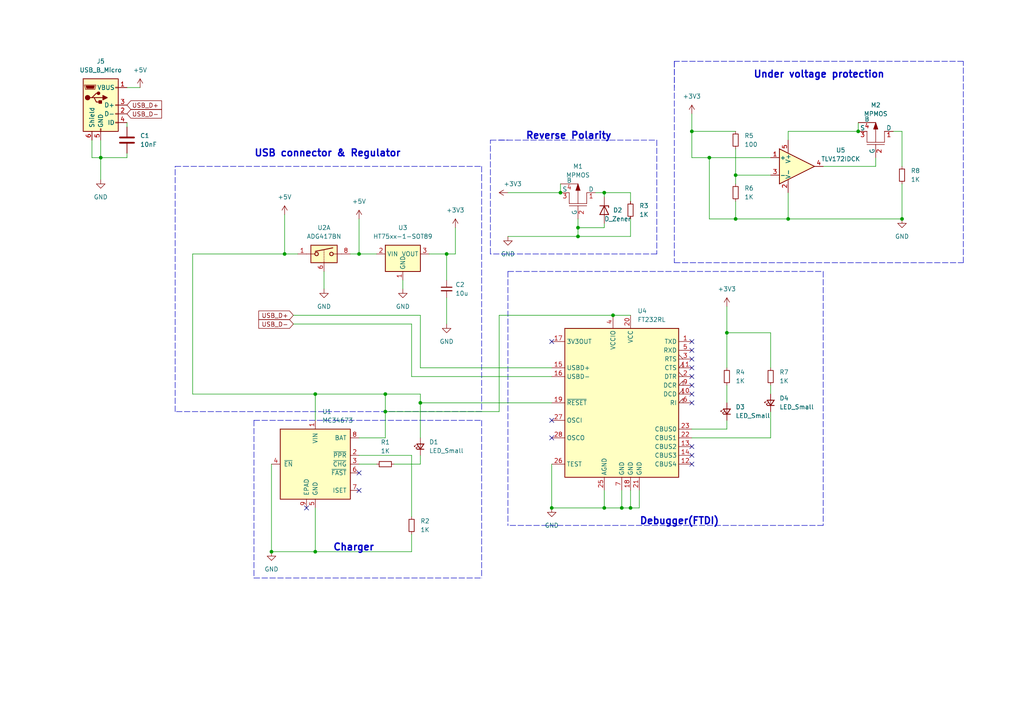
<source format=kicad_sch>
(kicad_sch (version 20211123) (generator eeschema)

  (uuid a61d0d9c-9add-4a2d-9c75-454f4a001e5c)

  (paper "A4")

  (title_block
    (title "Power Subsystem")
    (date "2022-03-20")
    (rev "Rev 2.0")
    (company "University of Cape Town")
    (comment 7 "Siyabonga Tshili")
  )

  (lib_symbols
    (symbol "Amplifier_Operational:TLV172IDCK" (pin_names (offset 0.127)) (in_bom yes) (on_board yes)
      (property "Reference" "U" (id 0) (at 7.62 2.54 0)
        (effects (font (size 1.27 1.27)))
      )
      (property "Value" "TLV172IDCK" (id 1) (at 11.43 -2.54 0)
        (effects (font (size 1.27 1.27)))
      )
      (property "Footprint" "Package_TO_SOT_SMD:SOT-353_SC-70-5" (id 2) (at 5.08 0 0)
        (effects (font (size 1.27 1.27)) hide)
      )
      (property "Datasheet" "http://www.ti.com/lit/ds/symlink/tlv172.pdf" (id 3) (at 0 0 0)
        (effects (font (size 1.27 1.27)) hide)
      )
      (property "ki_keywords" "op amp operational amplifier" (id 4) (at 0 0 0)
        (effects (font (size 1.27 1.27)) hide)
      )
      (property "ki_description" "Low-power Operational Amplifier, SOT-353" (id 5) (at 0 0 0)
        (effects (font (size 1.27 1.27)) hide)
      )
      (property "ki_fp_filters" "SOT*353*SC*70*" (id 6) (at 0 0 0)
        (effects (font (size 1.27 1.27)) hide)
      )
      (symbol "TLV172IDCK_0_1"
        (polyline
          (pts
            (xy -2.54 5.08)
            (xy -2.54 -5.08)
            (xy 7.62 0)
            (xy -2.54 5.08)
          )
          (stroke (width 0.254) (type default) (color 0 0 0 0))
          (fill (type background))
        )
      )
      (symbol "TLV172IDCK_1_1"
        (pin input line (at -5.08 2.54 0) (length 2.54)
          (name "+" (effects (font (size 1.27 1.27))))
          (number "1" (effects (font (size 1.27 1.27))))
        )
        (pin power_in line (at 0 -7.62 90) (length 3.81)
          (name "V-" (effects (font (size 1.27 1.27))))
          (number "2" (effects (font (size 1.27 1.27))))
        )
        (pin input line (at -5.08 -2.54 0) (length 2.54)
          (name "-" (effects (font (size 1.27 1.27))))
          (number "3" (effects (font (size 1.27 1.27))))
        )
        (pin output line (at 10.16 0 180) (length 2.54)
          (name "~" (effects (font (size 1.27 1.27))))
          (number "4" (effects (font (size 1.27 1.27))))
        )
        (pin power_in line (at 0 7.62 270) (length 3.81)
          (name "V+" (effects (font (size 1.27 1.27))))
          (number "5" (effects (font (size 1.27 1.27))))
        )
      )
    )
    (symbol "Analog_Switch:ADG417BN" (pin_names (offset 0.254)) (in_bom yes) (on_board yes)
      (property "Reference" "U" (id 0) (at -3.175 5.334 0)
        (effects (font (size 1.27 1.27)) (justify left))
      )
      (property "Value" "ADG417BN" (id 1) (at -3.175 3.556 0)
        (effects (font (size 1.27 1.27)) (justify left))
      )
      (property "Footprint" "Package_DIP:DIP-8_W7.62mm" (id 2) (at 0 -2.54 0)
        (effects (font (size 1.27 1.27)) hide)
      )
      (property "Datasheet" "https://www.analog.com/media/en/technical-documentation/data-sheets/ADG417.pdf" (id 3) (at 0 0 0)
        (effects (font (size 1.27 1.27)) hide)
      )
      (property "ki_keywords" "CMOS Analog Switch" (id 4) (at 0 0 0)
        (effects (font (size 1.27 1.27)) hide)
      )
      (property "ki_description" "Single SPST Monolithic LC²MOS Analog Switch, normally OFF, 25Ohm Ron, DIP-8" (id 5) (at 0 0 0)
        (effects (font (size 1.27 1.27)) hide)
      )
      (property "ki_fp_filters" "DIP*W7.62mm*" (id 6) (at 0 0 0)
        (effects (font (size 1.27 1.27)) hide)
      )
      (symbol "ADG417BN_1_1"
        (rectangle (start -3.81 2.54) (end 3.81 -2.54)
          (stroke (width 0.254) (type default) (color 0 0 0 0))
          (fill (type background))
        )
        (circle (center -2.159 0) (radius 0.508)
          (stroke (width 0.254) (type default) (color 0 0 0 0))
          (fill (type none))
        )
        (polyline
          (pts
            (xy -5.08 0)
            (xy -2.794 0)
          )
          (stroke (width 0) (type default) (color 0 0 0 0))
          (fill (type none))
        )
        (polyline
          (pts
            (xy -2.54 0.762)
            (xy 2.54 1.778)
          )
          (stroke (width 0.254) (type default) (color 0 0 0 0))
          (fill (type none))
        )
        (polyline
          (pts
            (xy 0 -2.54)
            (xy 0 -2.032)
          )
          (stroke (width 0) (type default) (color 0 0 0 0))
          (fill (type none))
        )
        (polyline
          (pts
            (xy 0 -1.778)
            (xy 0 -1.524)
          )
          (stroke (width 0) (type default) (color 0 0 0 0))
          (fill (type none))
        )
        (polyline
          (pts
            (xy 0 -1.27)
            (xy 0 -1.016)
          )
          (stroke (width 0) (type default) (color 0 0 0 0))
          (fill (type none))
        )
        (polyline
          (pts
            (xy 0 -0.762)
            (xy 0 -0.508)
          )
          (stroke (width 0) (type default) (color 0 0 0 0))
          (fill (type none))
        )
        (polyline
          (pts
            (xy 0 -0.254)
            (xy 0 0)
          )
          (stroke (width 0) (type default) (color 0 0 0 0))
          (fill (type none))
        )
        (polyline
          (pts
            (xy 0 0.254)
            (xy 0 0.508)
          )
          (stroke (width 0) (type default) (color 0 0 0 0))
          (fill (type none))
        )
        (polyline
          (pts
            (xy 0 0.762)
            (xy 0 1.016)
          )
          (stroke (width 0) (type default) (color 0 0 0 0))
          (fill (type none))
        )
        (polyline
          (pts
            (xy 5.08 0)
            (xy 2.794 0)
          )
          (stroke (width 0) (type default) (color 0 0 0 0))
          (fill (type none))
        )
        (circle (center 2.159 0) (radius 0.508)
          (stroke (width 0.254) (type default) (color 0 0 0 0))
          (fill (type none))
        )
        (pin passive line (at -7.62 0 0) (length 2.54)
          (name "~" (effects (font (size 1.27 1.27))))
          (number "1" (effects (font (size 1.27 1.27))))
        )
        (pin input line (at 0 -5.08 90) (length 2.54)
          (name "~" (effects (font (size 1.27 1.27))))
          (number "6" (effects (font (size 1.27 1.27))))
        )
        (pin passive line (at 7.62 0 180) (length 2.54)
          (name "~" (effects (font (size 1.27 1.27))))
          (number "8" (effects (font (size 1.27 1.27))))
        )
      )
      (symbol "ADG417BN_2_0"
        (pin no_connect line (at -2.54 10.16 270) (length 2.54) hide
          (name "NC" (effects (font (size 1.27 1.27))))
          (number "2" (effects (font (size 1.27 1.27))))
        )
        (pin power_in line (at 0 -12.7 90) (length 2.54)
          (name "GND" (effects (font (size 1.27 1.27))))
          (number "3" (effects (font (size 1.27 1.27))))
        )
        (pin power_in line (at 0 12.7 270) (length 2.54)
          (name "V+" (effects (font (size 1.27 1.27))))
          (number "4" (effects (font (size 1.27 1.27))))
        )
        (pin power_in line (at 2.54 12.7 270) (length 2.54)
          (name "VL" (effects (font (size 1.27 1.27))))
          (number "5" (effects (font (size 1.27 1.27))))
        )
        (pin power_in line (at 2.54 -12.7 90) (length 2.54)
          (name "V-" (effects (font (size 1.27 1.27))))
          (number "7" (effects (font (size 1.27 1.27))))
        )
      )
      (symbol "ADG417BN_2_1"
        (rectangle (start -3.81 10.16) (end 6.35 -10.16)
          (stroke (width 0.254) (type default) (color 0 0 0 0))
          (fill (type background))
        )
      )
    )
    (symbol "Battery_Management:MC34673" (pin_names (offset 1.016)) (in_bom yes) (on_board yes)
      (property "Reference" "U" (id 0) (at -10.16 10.795 0)
        (effects (font (size 1.27 1.27)) (justify left bottom))
      )
      (property "Value" "MC34673" (id 1) (at 10.16 10.795 0)
        (effects (font (size 1.27 1.27)) (justify right bottom))
      )
      (property "Footprint" "Package_DFN_QFN:DFN-8-1EP_3x2mm_P0.5mm_EP1.75x1.45mm" (id 2) (at 1.27 -10.795 0)
        (effects (font (size 1.27 1.27)) (justify left top) hide)
      )
      (property "Datasheet" "http://www.nxp.com/docs/en/data-sheet/MC34673.pdf" (id 3) (at 2.54 -15.24 0)
        (effects (font (size 1.27 1.27)) (justify left) hide)
      )
      (property "ki_keywords" "Lithium-Ion Battery Charger" (id 4) (at 0 0 0)
        (effects (font (size 1.27 1.27)) hide)
      )
      (property "ki_description" "High Input Voltage 1.2A Charger for Single-cell Li-Ion Batteries, UDFN-8" (id 5) (at 0 0 0)
        (effects (font (size 1.27 1.27)) hide)
      )
      (property "ki_fp_filters" "DFN*3x2mm*P0.5mm*" (id 6) (at 0 0 0)
        (effects (font (size 1.27 1.27)) hide)
      )
      (symbol "MC34673_0_1"
        (rectangle (start -10.16 10.16) (end 10.16 -10.16)
          (stroke (width 0.254) (type default) (color 0 0 0 0))
          (fill (type background))
        )
      )
      (symbol "MC34673_1_1"
        (pin power_in line (at 0 12.7 270) (length 2.54)
          (name "VIN" (effects (font (size 1.27 1.27))))
          (number "1" (effects (font (size 1.27 1.27))))
        )
        (pin open_collector line (at 12.7 2.54 180) (length 2.54)
          (name "~{PPR}" (effects (font (size 1.27 1.27))))
          (number "2" (effects (font (size 1.27 1.27))))
        )
        (pin open_collector line (at 12.7 0 180) (length 2.54)
          (name "~{CHG}" (effects (font (size 1.27 1.27))))
          (number "3" (effects (font (size 1.27 1.27))))
        )
        (pin input line (at -12.7 0 0) (length 2.54)
          (name "~{EN}" (effects (font (size 1.27 1.27))))
          (number "4" (effects (font (size 1.27 1.27))))
        )
        (pin power_in line (at 0 -12.7 90) (length 2.54)
          (name "GND" (effects (font (size 1.27 1.27))))
          (number "5" (effects (font (size 1.27 1.27))))
        )
        (pin open_collector line (at 12.7 -2.54 180) (length 2.54)
          (name "~{FAST}" (effects (font (size 1.27 1.27))))
          (number "6" (effects (font (size 1.27 1.27))))
        )
        (pin output line (at 12.7 -7.62 180) (length 2.54)
          (name "ISET" (effects (font (size 1.27 1.27))))
          (number "7" (effects (font (size 1.27 1.27))))
        )
        (pin power_out line (at 12.7 7.62 180) (length 2.54)
          (name "BAT" (effects (font (size 1.27 1.27))))
          (number "8" (effects (font (size 1.27 1.27))))
        )
        (pin power_in line (at -2.54 -12.7 90) (length 2.54)
          (name "EPAD" (effects (font (size 1.27 1.27))))
          (number "9" (effects (font (size 1.27 1.27))))
        )
      )
    )
    (symbol "Connector:USB_B_Micro" (pin_names (offset 1.016)) (in_bom yes) (on_board yes)
      (property "Reference" "J" (id 0) (at -5.08 11.43 0)
        (effects (font (size 1.27 1.27)) (justify left))
      )
      (property "Value" "USB_B_Micro" (id 1) (at -5.08 8.89 0)
        (effects (font (size 1.27 1.27)) (justify left))
      )
      (property "Footprint" "" (id 2) (at 3.81 -1.27 0)
        (effects (font (size 1.27 1.27)) hide)
      )
      (property "Datasheet" "~" (id 3) (at 3.81 -1.27 0)
        (effects (font (size 1.27 1.27)) hide)
      )
      (property "ki_keywords" "connector USB micro" (id 4) (at 0 0 0)
        (effects (font (size 1.27 1.27)) hide)
      )
      (property "ki_description" "USB Micro Type B connector" (id 5) (at 0 0 0)
        (effects (font (size 1.27 1.27)) hide)
      )
      (property "ki_fp_filters" "USB*" (id 6) (at 0 0 0)
        (effects (font (size 1.27 1.27)) hide)
      )
      (symbol "USB_B_Micro_0_1"
        (rectangle (start -5.08 -7.62) (end 5.08 7.62)
          (stroke (width 0.254) (type default) (color 0 0 0 0))
          (fill (type background))
        )
        (circle (center -3.81 2.159) (radius 0.635)
          (stroke (width 0.254) (type default) (color 0 0 0 0))
          (fill (type outline))
        )
        (circle (center -0.635 3.429) (radius 0.381)
          (stroke (width 0.254) (type default) (color 0 0 0 0))
          (fill (type outline))
        )
        (rectangle (start -0.127 -7.62) (end 0.127 -6.858)
          (stroke (width 0) (type default) (color 0 0 0 0))
          (fill (type none))
        )
        (polyline
          (pts
            (xy -1.905 2.159)
            (xy 0.635 2.159)
          )
          (stroke (width 0.254) (type default) (color 0 0 0 0))
          (fill (type none))
        )
        (polyline
          (pts
            (xy -3.175 2.159)
            (xy -2.54 2.159)
            (xy -1.27 3.429)
            (xy -0.635 3.429)
          )
          (stroke (width 0.254) (type default) (color 0 0 0 0))
          (fill (type none))
        )
        (polyline
          (pts
            (xy -2.54 2.159)
            (xy -1.905 2.159)
            (xy -1.27 0.889)
            (xy 0 0.889)
          )
          (stroke (width 0.254) (type default) (color 0 0 0 0))
          (fill (type none))
        )
        (polyline
          (pts
            (xy 0.635 2.794)
            (xy 0.635 1.524)
            (xy 1.905 2.159)
            (xy 0.635 2.794)
          )
          (stroke (width 0.254) (type default) (color 0 0 0 0))
          (fill (type outline))
        )
        (polyline
          (pts
            (xy -4.318 5.588)
            (xy -1.778 5.588)
            (xy -2.032 4.826)
            (xy -4.064 4.826)
            (xy -4.318 5.588)
          )
          (stroke (width 0) (type default) (color 0 0 0 0))
          (fill (type outline))
        )
        (polyline
          (pts
            (xy -4.699 5.842)
            (xy -4.699 5.588)
            (xy -4.445 4.826)
            (xy -4.445 4.572)
            (xy -1.651 4.572)
            (xy -1.651 4.826)
            (xy -1.397 5.588)
            (xy -1.397 5.842)
            (xy -4.699 5.842)
          )
          (stroke (width 0) (type default) (color 0 0 0 0))
          (fill (type none))
        )
        (rectangle (start 0.254 1.27) (end -0.508 0.508)
          (stroke (width 0.254) (type default) (color 0 0 0 0))
          (fill (type outline))
        )
        (rectangle (start 5.08 -5.207) (end 4.318 -4.953)
          (stroke (width 0) (type default) (color 0 0 0 0))
          (fill (type none))
        )
        (rectangle (start 5.08 -2.667) (end 4.318 -2.413)
          (stroke (width 0) (type default) (color 0 0 0 0))
          (fill (type none))
        )
        (rectangle (start 5.08 -0.127) (end 4.318 0.127)
          (stroke (width 0) (type default) (color 0 0 0 0))
          (fill (type none))
        )
        (rectangle (start 5.08 4.953) (end 4.318 5.207)
          (stroke (width 0) (type default) (color 0 0 0 0))
          (fill (type none))
        )
      )
      (symbol "USB_B_Micro_1_1"
        (pin power_out line (at 7.62 5.08 180) (length 2.54)
          (name "VBUS" (effects (font (size 1.27 1.27))))
          (number "1" (effects (font (size 1.27 1.27))))
        )
        (pin bidirectional line (at 7.62 -2.54 180) (length 2.54)
          (name "D-" (effects (font (size 1.27 1.27))))
          (number "2" (effects (font (size 1.27 1.27))))
        )
        (pin bidirectional line (at 7.62 0 180) (length 2.54)
          (name "D+" (effects (font (size 1.27 1.27))))
          (number "3" (effects (font (size 1.27 1.27))))
        )
        (pin passive line (at 7.62 -5.08 180) (length 2.54)
          (name "ID" (effects (font (size 1.27 1.27))))
          (number "4" (effects (font (size 1.27 1.27))))
        )
        (pin power_out line (at 0 -10.16 90) (length 2.54)
          (name "GND" (effects (font (size 1.27 1.27))))
          (number "5" (effects (font (size 1.27 1.27))))
        )
        (pin passive line (at -2.54 -10.16 90) (length 2.54)
          (name "Shield" (effects (font (size 1.27 1.27))))
          (number "6" (effects (font (size 1.27 1.27))))
        )
      )
    )
    (symbol "Device:C" (pin_numbers hide) (pin_names (offset 0.254)) (in_bom yes) (on_board yes)
      (property "Reference" "C" (id 0) (at 0.635 2.54 0)
        (effects (font (size 1.27 1.27)) (justify left))
      )
      (property "Value" "C" (id 1) (at 0.635 -2.54 0)
        (effects (font (size 1.27 1.27)) (justify left))
      )
      (property "Footprint" "" (id 2) (at 0.9652 -3.81 0)
        (effects (font (size 1.27 1.27)) hide)
      )
      (property "Datasheet" "~" (id 3) (at 0 0 0)
        (effects (font (size 1.27 1.27)) hide)
      )
      (property "ki_keywords" "cap capacitor" (id 4) (at 0 0 0)
        (effects (font (size 1.27 1.27)) hide)
      )
      (property "ki_description" "Unpolarized capacitor" (id 5) (at 0 0 0)
        (effects (font (size 1.27 1.27)) hide)
      )
      (property "ki_fp_filters" "C_*" (id 6) (at 0 0 0)
        (effects (font (size 1.27 1.27)) hide)
      )
      (symbol "C_0_1"
        (polyline
          (pts
            (xy -2.032 -0.762)
            (xy 2.032 -0.762)
          )
          (stroke (width 0.508) (type default) (color 0 0 0 0))
          (fill (type none))
        )
        (polyline
          (pts
            (xy -2.032 0.762)
            (xy 2.032 0.762)
          )
          (stroke (width 0.508) (type default) (color 0 0 0 0))
          (fill (type none))
        )
      )
      (symbol "C_1_1"
        (pin passive line (at 0 3.81 270) (length 2.794)
          (name "~" (effects (font (size 1.27 1.27))))
          (number "1" (effects (font (size 1.27 1.27))))
        )
        (pin passive line (at 0 -3.81 90) (length 2.794)
          (name "~" (effects (font (size 1.27 1.27))))
          (number "2" (effects (font (size 1.27 1.27))))
        )
      )
    )
    (symbol "Device:C_Small" (pin_numbers hide) (pin_names (offset 0.254) hide) (in_bom yes) (on_board yes)
      (property "Reference" "C" (id 0) (at 0.254 1.778 0)
        (effects (font (size 1.27 1.27)) (justify left))
      )
      (property "Value" "C_Small" (id 1) (at 0.254 -2.032 0)
        (effects (font (size 1.27 1.27)) (justify left))
      )
      (property "Footprint" "" (id 2) (at 0 0 0)
        (effects (font (size 1.27 1.27)) hide)
      )
      (property "Datasheet" "~" (id 3) (at 0 0 0)
        (effects (font (size 1.27 1.27)) hide)
      )
      (property "ki_keywords" "capacitor cap" (id 4) (at 0 0 0)
        (effects (font (size 1.27 1.27)) hide)
      )
      (property "ki_description" "Unpolarized capacitor, small symbol" (id 5) (at 0 0 0)
        (effects (font (size 1.27 1.27)) hide)
      )
      (property "ki_fp_filters" "C_*" (id 6) (at 0 0 0)
        (effects (font (size 1.27 1.27)) hide)
      )
      (symbol "C_Small_0_1"
        (polyline
          (pts
            (xy -1.524 -0.508)
            (xy 1.524 -0.508)
          )
          (stroke (width 0.3302) (type default) (color 0 0 0 0))
          (fill (type none))
        )
        (polyline
          (pts
            (xy -1.524 0.508)
            (xy 1.524 0.508)
          )
          (stroke (width 0.3048) (type default) (color 0 0 0 0))
          (fill (type none))
        )
      )
      (symbol "C_Small_1_1"
        (pin passive line (at 0 2.54 270) (length 2.032)
          (name "~" (effects (font (size 1.27 1.27))))
          (number "1" (effects (font (size 1.27 1.27))))
        )
        (pin passive line (at 0 -2.54 90) (length 2.032)
          (name "~" (effects (font (size 1.27 1.27))))
          (number "2" (effects (font (size 1.27 1.27))))
        )
      )
    )
    (symbol "Device:D_Zener" (pin_numbers hide) (pin_names (offset 1.016) hide) (in_bom yes) (on_board yes)
      (property "Reference" "D" (id 0) (at 0 2.54 0)
        (effects (font (size 1.27 1.27)))
      )
      (property "Value" "D_Zener" (id 1) (at 0 -2.54 0)
        (effects (font (size 1.27 1.27)))
      )
      (property "Footprint" "" (id 2) (at 0 0 0)
        (effects (font (size 1.27 1.27)) hide)
      )
      (property "Datasheet" "~" (id 3) (at 0 0 0)
        (effects (font (size 1.27 1.27)) hide)
      )
      (property "ki_keywords" "diode" (id 4) (at 0 0 0)
        (effects (font (size 1.27 1.27)) hide)
      )
      (property "ki_description" "Zener diode" (id 5) (at 0 0 0)
        (effects (font (size 1.27 1.27)) hide)
      )
      (property "ki_fp_filters" "TO-???* *_Diode_* *SingleDiode* D_*" (id 6) (at 0 0 0)
        (effects (font (size 1.27 1.27)) hide)
      )
      (symbol "D_Zener_0_1"
        (polyline
          (pts
            (xy 1.27 0)
            (xy -1.27 0)
          )
          (stroke (width 0) (type default) (color 0 0 0 0))
          (fill (type none))
        )
        (polyline
          (pts
            (xy -1.27 -1.27)
            (xy -1.27 1.27)
            (xy -0.762 1.27)
          )
          (stroke (width 0.254) (type default) (color 0 0 0 0))
          (fill (type none))
        )
        (polyline
          (pts
            (xy 1.27 -1.27)
            (xy 1.27 1.27)
            (xy -1.27 0)
            (xy 1.27 -1.27)
          )
          (stroke (width 0.254) (type default) (color 0 0 0 0))
          (fill (type none))
        )
      )
      (symbol "D_Zener_1_1"
        (pin passive line (at -3.81 0 0) (length 2.54)
          (name "K" (effects (font (size 1.27 1.27))))
          (number "1" (effects (font (size 1.27 1.27))))
        )
        (pin passive line (at 3.81 0 180) (length 2.54)
          (name "A" (effects (font (size 1.27 1.27))))
          (number "2" (effects (font (size 1.27 1.27))))
        )
      )
    )
    (symbol "Device:LED_Small" (pin_numbers hide) (pin_names (offset 0.254) hide) (in_bom yes) (on_board yes)
      (property "Reference" "D" (id 0) (at -1.27 3.175 0)
        (effects (font (size 1.27 1.27)) (justify left))
      )
      (property "Value" "LED_Small" (id 1) (at -4.445 -2.54 0)
        (effects (font (size 1.27 1.27)) (justify left))
      )
      (property "Footprint" "" (id 2) (at 0 0 90)
        (effects (font (size 1.27 1.27)) hide)
      )
      (property "Datasheet" "~" (id 3) (at 0 0 90)
        (effects (font (size 1.27 1.27)) hide)
      )
      (property "ki_keywords" "LED diode light-emitting-diode" (id 4) (at 0 0 0)
        (effects (font (size 1.27 1.27)) hide)
      )
      (property "ki_description" "Light emitting diode, small symbol" (id 5) (at 0 0 0)
        (effects (font (size 1.27 1.27)) hide)
      )
      (property "ki_fp_filters" "LED* LED_SMD:* LED_THT:*" (id 6) (at 0 0 0)
        (effects (font (size 1.27 1.27)) hide)
      )
      (symbol "LED_Small_0_1"
        (polyline
          (pts
            (xy -0.762 -1.016)
            (xy -0.762 1.016)
          )
          (stroke (width 0.254) (type default) (color 0 0 0 0))
          (fill (type none))
        )
        (polyline
          (pts
            (xy 1.016 0)
            (xy -0.762 0)
          )
          (stroke (width 0) (type default) (color 0 0 0 0))
          (fill (type none))
        )
        (polyline
          (pts
            (xy 0.762 -1.016)
            (xy -0.762 0)
            (xy 0.762 1.016)
            (xy 0.762 -1.016)
          )
          (stroke (width 0.254) (type default) (color 0 0 0 0))
          (fill (type none))
        )
        (polyline
          (pts
            (xy 0 0.762)
            (xy -0.508 1.27)
            (xy -0.254 1.27)
            (xy -0.508 1.27)
            (xy -0.508 1.016)
          )
          (stroke (width 0) (type default) (color 0 0 0 0))
          (fill (type none))
        )
        (polyline
          (pts
            (xy 0.508 1.27)
            (xy 0 1.778)
            (xy 0.254 1.778)
            (xy 0 1.778)
            (xy 0 1.524)
          )
          (stroke (width 0) (type default) (color 0 0 0 0))
          (fill (type none))
        )
      )
      (symbol "LED_Small_1_1"
        (pin passive line (at -2.54 0 0) (length 1.778)
          (name "K" (effects (font (size 1.27 1.27))))
          (number "1" (effects (font (size 1.27 1.27))))
        )
        (pin passive line (at 2.54 0 180) (length 1.778)
          (name "A" (effects (font (size 1.27 1.27))))
          (number "2" (effects (font (size 1.27 1.27))))
        )
      )
    )
    (symbol "Device:R_Small" (pin_numbers hide) (pin_names (offset 0.254) hide) (in_bom yes) (on_board yes)
      (property "Reference" "R" (id 0) (at 0.762 0.508 0)
        (effects (font (size 1.27 1.27)) (justify left))
      )
      (property "Value" "R_Small" (id 1) (at 0.762 -1.016 0)
        (effects (font (size 1.27 1.27)) (justify left))
      )
      (property "Footprint" "" (id 2) (at 0 0 0)
        (effects (font (size 1.27 1.27)) hide)
      )
      (property "Datasheet" "~" (id 3) (at 0 0 0)
        (effects (font (size 1.27 1.27)) hide)
      )
      (property "ki_keywords" "R resistor" (id 4) (at 0 0 0)
        (effects (font (size 1.27 1.27)) hide)
      )
      (property "ki_description" "Resistor, small symbol" (id 5) (at 0 0 0)
        (effects (font (size 1.27 1.27)) hide)
      )
      (property "ki_fp_filters" "R_*" (id 6) (at 0 0 0)
        (effects (font (size 1.27 1.27)) hide)
      )
      (symbol "R_Small_0_1"
        (rectangle (start -0.762 1.778) (end 0.762 -1.778)
          (stroke (width 0.2032) (type default) (color 0 0 0 0))
          (fill (type none))
        )
      )
      (symbol "R_Small_1_1"
        (pin passive line (at 0 2.54 270) (length 0.762)
          (name "~" (effects (font (size 1.27 1.27))))
          (number "1" (effects (font (size 1.27 1.27))))
        )
        (pin passive line (at 0 -2.54 90) (length 0.762)
          (name "~" (effects (font (size 1.27 1.27))))
          (number "2" (effects (font (size 1.27 1.27))))
        )
      )
    )
    (symbol "Interface_USB:FT232RL" (in_bom yes) (on_board yes)
      (property "Reference" "U" (id 0) (at -16.51 22.86 0)
        (effects (font (size 1.27 1.27)) (justify left))
      )
      (property "Value" "FT232RL" (id 1) (at 10.16 22.86 0)
        (effects (font (size 1.27 1.27)) (justify left))
      )
      (property "Footprint" "Package_SO:SSOP-28_5.3x10.2mm_P0.65mm" (id 2) (at 27.94 -22.86 0)
        (effects (font (size 1.27 1.27)) hide)
      )
      (property "Datasheet" "https://www.ftdichip.com/Support/Documents/DataSheets/ICs/DS_FT232R.pdf" (id 3) (at 0 0 0)
        (effects (font (size 1.27 1.27)) hide)
      )
      (property "ki_keywords" "FTDI USB Serial" (id 4) (at 0 0 0)
        (effects (font (size 1.27 1.27)) hide)
      )
      (property "ki_description" "USB to Serial Interface, SSOP-28" (id 5) (at 0 0 0)
        (effects (font (size 1.27 1.27)) hide)
      )
      (property "ki_fp_filters" "SSOP*5.3x10.2mm*P0.65mm*" (id 6) (at 0 0 0)
        (effects (font (size 1.27 1.27)) hide)
      )
      (symbol "FT232RL_0_1"
        (rectangle (start -16.51 21.59) (end 16.51 -21.59)
          (stroke (width 0.254) (type default) (color 0 0 0 0))
          (fill (type background))
        )
      )
      (symbol "FT232RL_1_1"
        (pin output line (at 20.32 17.78 180) (length 3.81)
          (name "TXD" (effects (font (size 1.27 1.27))))
          (number "1" (effects (font (size 1.27 1.27))))
        )
        (pin input input_low (at 20.32 2.54 180) (length 3.81)
          (name "DCD" (effects (font (size 1.27 1.27))))
          (number "10" (effects (font (size 1.27 1.27))))
        )
        (pin input input_low (at 20.32 10.16 180) (length 3.81)
          (name "CTS" (effects (font (size 1.27 1.27))))
          (number "11" (effects (font (size 1.27 1.27))))
        )
        (pin bidirectional line (at 20.32 -17.78 180) (length 3.81)
          (name "CBUS4" (effects (font (size 1.27 1.27))))
          (number "12" (effects (font (size 1.27 1.27))))
        )
        (pin bidirectional line (at 20.32 -12.7 180) (length 3.81)
          (name "CBUS2" (effects (font (size 1.27 1.27))))
          (number "13" (effects (font (size 1.27 1.27))))
        )
        (pin bidirectional line (at 20.32 -15.24 180) (length 3.81)
          (name "CBUS3" (effects (font (size 1.27 1.27))))
          (number "14" (effects (font (size 1.27 1.27))))
        )
        (pin bidirectional line (at -20.32 10.16 0) (length 3.81)
          (name "USBD+" (effects (font (size 1.27 1.27))))
          (number "15" (effects (font (size 1.27 1.27))))
        )
        (pin bidirectional line (at -20.32 7.62 0) (length 3.81)
          (name "USBD-" (effects (font (size 1.27 1.27))))
          (number "16" (effects (font (size 1.27 1.27))))
        )
        (pin power_out line (at -20.32 17.78 0) (length 3.81)
          (name "3V3OUT" (effects (font (size 1.27 1.27))))
          (number "17" (effects (font (size 1.27 1.27))))
        )
        (pin power_in line (at 2.54 -25.4 90) (length 3.81)
          (name "GND" (effects (font (size 1.27 1.27))))
          (number "18" (effects (font (size 1.27 1.27))))
        )
        (pin input line (at -20.32 0 0) (length 3.81)
          (name "~{RESET}" (effects (font (size 1.27 1.27))))
          (number "19" (effects (font (size 1.27 1.27))))
        )
        (pin output output_low (at 20.32 7.62 180) (length 3.81)
          (name "DTR" (effects (font (size 1.27 1.27))))
          (number "2" (effects (font (size 1.27 1.27))))
        )
        (pin power_in line (at 2.54 25.4 270) (length 3.81)
          (name "VCC" (effects (font (size 1.27 1.27))))
          (number "20" (effects (font (size 1.27 1.27))))
        )
        (pin power_in line (at 5.08 -25.4 90) (length 3.81)
          (name "GND" (effects (font (size 1.27 1.27))))
          (number "21" (effects (font (size 1.27 1.27))))
        )
        (pin bidirectional line (at 20.32 -10.16 180) (length 3.81)
          (name "CBUS1" (effects (font (size 1.27 1.27))))
          (number "22" (effects (font (size 1.27 1.27))))
        )
        (pin bidirectional line (at 20.32 -7.62 180) (length 3.81)
          (name "CBUS0" (effects (font (size 1.27 1.27))))
          (number "23" (effects (font (size 1.27 1.27))))
        )
        (pin power_in line (at -5.08 -25.4 90) (length 3.81)
          (name "AGND" (effects (font (size 1.27 1.27))))
          (number "25" (effects (font (size 1.27 1.27))))
        )
        (pin input line (at -20.32 -17.78 0) (length 3.81)
          (name "TEST" (effects (font (size 1.27 1.27))))
          (number "26" (effects (font (size 1.27 1.27))))
        )
        (pin input line (at -20.32 -5.08 0) (length 3.81)
          (name "OSCI" (effects (font (size 1.27 1.27))))
          (number "27" (effects (font (size 1.27 1.27))))
        )
        (pin output line (at -20.32 -10.16 0) (length 3.81)
          (name "OSCO" (effects (font (size 1.27 1.27))))
          (number "28" (effects (font (size 1.27 1.27))))
        )
        (pin output output_low (at 20.32 12.7 180) (length 3.81)
          (name "RTS" (effects (font (size 1.27 1.27))))
          (number "3" (effects (font (size 1.27 1.27))))
        )
        (pin power_in line (at -2.54 25.4 270) (length 3.81)
          (name "VCCIO" (effects (font (size 1.27 1.27))))
          (number "4" (effects (font (size 1.27 1.27))))
        )
        (pin input line (at 20.32 15.24 180) (length 3.81)
          (name "RXD" (effects (font (size 1.27 1.27))))
          (number "5" (effects (font (size 1.27 1.27))))
        )
        (pin input input_low (at 20.32 0 180) (length 3.81)
          (name "RI" (effects (font (size 1.27 1.27))))
          (number "6" (effects (font (size 1.27 1.27))))
        )
        (pin power_in line (at 0 -25.4 90) (length 3.81)
          (name "GND" (effects (font (size 1.27 1.27))))
          (number "7" (effects (font (size 1.27 1.27))))
        )
        (pin input input_low (at 20.32 5.08 180) (length 3.81)
          (name "DCR" (effects (font (size 1.27 1.27))))
          (number "9" (effects (font (size 1.27 1.27))))
        )
      )
    )
    (symbol "Regulator_Linear:HT75xx-1-SOT89" (in_bom yes) (on_board yes)
      (property "Reference" "U" (id 0) (at -5.08 -3.81 0)
        (effects (font (size 1.27 1.27)) (justify left))
      )
      (property "Value" "HT75xx-1-SOT89" (id 1) (at 0 6.35 0)
        (effects (font (size 1.27 1.27)))
      )
      (property "Footprint" "Package_TO_SOT_SMD:SOT-89-3" (id 2) (at 0 8.255 0)
        (effects (font (size 1.27 1.27) italic) hide)
      )
      (property "Datasheet" "https://www.holtek.com/documents/10179/116711/HT75xx-1v250.pdf" (id 3) (at 0 2.54 0)
        (effects (font (size 1.27 1.27)) hide)
      )
      (property "ki_keywords" "100mA LDO Regulator Fixed Positive" (id 4) (at 0 0 0)
        (effects (font (size 1.27 1.27)) hide)
      )
      (property "ki_description" "100mA Low Dropout Voltage Regulator, Fixed Output, SOT89" (id 5) (at 0 0 0)
        (effects (font (size 1.27 1.27)) hide)
      )
      (property "ki_fp_filters" "SOT?89*" (id 6) (at 0 0 0)
        (effects (font (size 1.27 1.27)) hide)
      )
      (symbol "HT75xx-1-SOT89_0_1"
        (rectangle (start -5.08 5.08) (end 5.08 -2.54)
          (stroke (width 0.254) (type default) (color 0 0 0 0))
          (fill (type background))
        )
      )
      (symbol "HT75xx-1-SOT89_1_1"
        (pin power_in line (at 0 -5.08 90) (length 2.54)
          (name "GND" (effects (font (size 1.27 1.27))))
          (number "1" (effects (font (size 1.27 1.27))))
        )
        (pin power_in line (at -7.62 2.54 0) (length 2.54)
          (name "VIN" (effects (font (size 1.27 1.27))))
          (number "2" (effects (font (size 1.27 1.27))))
        )
        (pin power_out line (at 7.62 2.54 180) (length 2.54)
          (name "VOUT" (effects (font (size 1.27 1.27))))
          (number "3" (effects (font (size 1.27 1.27))))
        )
      )
    )
    (symbol "power:+3.3V" (power) (pin_names (offset 0)) (in_bom yes) (on_board yes)
      (property "Reference" "#PWR" (id 0) (at 0 -3.81 0)
        (effects (font (size 1.27 1.27)) hide)
      )
      (property "Value" "+3.3V" (id 1) (at 0 3.556 0)
        (effects (font (size 1.27 1.27)))
      )
      (property "Footprint" "" (id 2) (at 0 0 0)
        (effects (font (size 1.27 1.27)) hide)
      )
      (property "Datasheet" "" (id 3) (at 0 0 0)
        (effects (font (size 1.27 1.27)) hide)
      )
      (property "ki_keywords" "power-flag" (id 4) (at 0 0 0)
        (effects (font (size 1.27 1.27)) hide)
      )
      (property "ki_description" "Power symbol creates a global label with name \"+3.3V\"" (id 5) (at 0 0 0)
        (effects (font (size 1.27 1.27)) hide)
      )
      (symbol "+3.3V_0_1"
        (polyline
          (pts
            (xy -0.762 1.27)
            (xy 0 2.54)
          )
          (stroke (width 0) (type default) (color 0 0 0 0))
          (fill (type none))
        )
        (polyline
          (pts
            (xy 0 0)
            (xy 0 2.54)
          )
          (stroke (width 0) (type default) (color 0 0 0 0))
          (fill (type none))
        )
        (polyline
          (pts
            (xy 0 2.54)
            (xy 0.762 1.27)
          )
          (stroke (width 0) (type default) (color 0 0 0 0))
          (fill (type none))
        )
      )
      (symbol "+3.3V_1_1"
        (pin power_in line (at 0 0 90) (length 0) hide
          (name "+3V3" (effects (font (size 1.27 1.27))))
          (number "1" (effects (font (size 1.27 1.27))))
        )
      )
    )
    (symbol "power:+5V" (power) (pin_names (offset 0)) (in_bom yes) (on_board yes)
      (property "Reference" "#PWR" (id 0) (at 0 -3.81 0)
        (effects (font (size 1.27 1.27)) hide)
      )
      (property "Value" "+5V" (id 1) (at 0 3.556 0)
        (effects (font (size 1.27 1.27)))
      )
      (property "Footprint" "" (id 2) (at 0 0 0)
        (effects (font (size 1.27 1.27)) hide)
      )
      (property "Datasheet" "" (id 3) (at 0 0 0)
        (effects (font (size 1.27 1.27)) hide)
      )
      (property "ki_keywords" "power-flag" (id 4) (at 0 0 0)
        (effects (font (size 1.27 1.27)) hide)
      )
      (property "ki_description" "Power symbol creates a global label with name \"+5V\"" (id 5) (at 0 0 0)
        (effects (font (size 1.27 1.27)) hide)
      )
      (symbol "+5V_0_1"
        (polyline
          (pts
            (xy -0.762 1.27)
            (xy 0 2.54)
          )
          (stroke (width 0) (type default) (color 0 0 0 0))
          (fill (type none))
        )
        (polyline
          (pts
            (xy 0 0)
            (xy 0 2.54)
          )
          (stroke (width 0) (type default) (color 0 0 0 0))
          (fill (type none))
        )
        (polyline
          (pts
            (xy 0 2.54)
            (xy 0.762 1.27)
          )
          (stroke (width 0) (type default) (color 0 0 0 0))
          (fill (type none))
        )
      )
      (symbol "+5V_1_1"
        (pin power_in line (at 0 0 90) (length 0) hide
          (name "+5V" (effects (font (size 1.27 1.27))))
          (number "1" (effects (font (size 1.27 1.27))))
        )
      )
    )
    (symbol "power:GND" (power) (pin_names (offset 0)) (in_bom yes) (on_board yes)
      (property "Reference" "#PWR" (id 0) (at 0 -6.35 0)
        (effects (font (size 1.27 1.27)) hide)
      )
      (property "Value" "GND" (id 1) (at 0 -3.81 0)
        (effects (font (size 1.27 1.27)))
      )
      (property "Footprint" "" (id 2) (at 0 0 0)
        (effects (font (size 1.27 1.27)) hide)
      )
      (property "Datasheet" "" (id 3) (at 0 0 0)
        (effects (font (size 1.27 1.27)) hide)
      )
      (property "ki_keywords" "power-flag" (id 4) (at 0 0 0)
        (effects (font (size 1.27 1.27)) hide)
      )
      (property "ki_description" "Power symbol creates a global label with name \"GND\" , ground" (id 5) (at 0 0 0)
        (effects (font (size 1.27 1.27)) hide)
      )
      (symbol "GND_0_1"
        (polyline
          (pts
            (xy 0 0)
            (xy 0 -1.27)
            (xy 1.27 -1.27)
            (xy 0 -2.54)
            (xy -1.27 -1.27)
            (xy 0 -1.27)
          )
          (stroke (width 0) (type default) (color 0 0 0 0))
          (fill (type none))
        )
      )
      (symbol "GND_1_1"
        (pin power_in line (at 0 0 270) (length 0) hide
          (name "GND" (effects (font (size 1.27 1.27))))
          (number "1" (effects (font (size 1.27 1.27))))
        )
      )
    )
    (symbol "pspice:MPMOS" (pin_names (offset 0)) (in_bom yes) (on_board yes)
      (property "Reference" "M" (id 0) (at 7.62 1.27 0)
        (effects (font (size 1.27 1.27)) (justify left))
      )
      (property "Value" "MPMOS" (id 1) (at 7.62 -1.27 0)
        (effects (font (size 1.27 1.27)) (justify left))
      )
      (property "Footprint" "" (id 2) (at 0 0 0)
        (effects (font (size 1.27 1.27)) hide)
      )
      (property "Datasheet" "~" (id 3) (at 0 0 0)
        (effects (font (size 1.27 1.27)) hide)
      )
      (property "ki_keywords" "mosfet pmos simulation" (id 4) (at 0 0 0)
        (effects (font (size 1.27 1.27)) hide)
      )
      (property "ki_description" "P-channel MOSFET symbol for simulation only" (id 5) (at 0 0 0)
        (effects (font (size 1.27 1.27)) hide)
      )
      (symbol "MPMOS_0_1"
        (polyline
          (pts
            (xy -1.27 2.54)
            (xy -1.27 -2.54)
          )
          (stroke (width 0) (type default) (color 0 0 0 0))
          (fill (type none))
        )
        (polyline
          (pts
            (xy -0.635 -2.54)
            (xy 2.54 -2.54)
          )
          (stroke (width 0) (type default) (color 0 0 0 0))
          (fill (type none))
        )
        (polyline
          (pts
            (xy 2.54 2.54)
            (xy -0.635 2.54)
          )
          (stroke (width 0) (type default) (color 0 0 0 0))
          (fill (type none))
        )
        (polyline
          (pts
            (xy 5.08 0)
            (xy -0.635 0)
          )
          (stroke (width 0) (type default) (color 0 0 0 0))
          (fill (type none))
        )
        (polyline
          (pts
            (xy 5.08 0)
            (xy 3.175 0.635)
            (xy 3.175 -0.635)
            (xy 5.08 0)
          )
          (stroke (width 0) (type default) (color 0 0 0 0))
          (fill (type outline))
        )
      )
      (symbol "MPMOS_1_1"
        (polyline
          (pts
            (xy -0.635 -2.54)
            (xy -0.635 2.54)
          )
          (stroke (width 0) (type default) (color 0 0 0 0))
          (fill (type none))
        )
        (pin passive line (at 2.54 -5.08 90) (length 2.54)
          (name "D" (effects (font (size 1.27 1.27))))
          (number "1" (effects (font (size 1.27 1.27))))
        )
        (pin input line (at -5.08 0 0) (length 3.81)
          (name "G" (effects (font (size 1.27 1.27))))
          (number "2" (effects (font (size 1.27 1.27))))
        )
        (pin passive line (at 2.54 5.08 270) (length 2.54)
          (name "S" (effects (font (size 1.27 1.27))))
          (number "3" (effects (font (size 1.27 1.27))))
        )
        (pin input line (at 5.08 5.08 270) (length 5.08)
          (name "B" (effects (font (size 1.27 1.27))))
          (number "4" (effects (font (size 1.27 1.27))))
        )
      )
    )
  )

  (junction (at 104.14 73.66) (diameter 0) (color 0 0 0 0)
    (uuid 03ff45eb-3189-4248-aef0-73309e8bcb42)
  )
  (junction (at 121.92 116.84) (diameter 0) (color 0 0 0 0)
    (uuid 16ecd9e6-9a95-42c3-b206-d40f908206c8)
  )
  (junction (at 129.54 73.66) (diameter 0) (color 0 0 0 0)
    (uuid 18cdef2c-28d2-442d-a197-ad03a2c9f5b8)
  )
  (junction (at 91.44 160.02) (diameter 0) (color 0 0 0 0)
    (uuid 1a9cae96-17f7-4874-8a9b-5364435e82a2)
  )
  (junction (at 82.55 73.66) (diameter 0) (color 0 0 0 0)
    (uuid 224e7100-5baa-47b5-822c-33d4fff033af)
  )
  (junction (at 261.62 63.5) (diameter 0) (color 0 0 0 0)
    (uuid 352bcebc-141f-4980-89ba-bfb1b24112d5)
  )
  (junction (at 248.92 38.1) (diameter 0) (color 0 0 0 0)
    (uuid 393e298b-1500-4f8a-9aad-ec8314929831)
  )
  (junction (at 210.82 96.52) (diameter 0) (color 0 0 0 0)
    (uuid 3a4a75d8-9f11-47d2-b726-b14a29a56b79)
  )
  (junction (at 213.36 63.5) (diameter 0) (color 0 0 0 0)
    (uuid 3db788eb-6a63-4220-af39-c5fabb7b523f)
  )
  (junction (at 29.21 45.72) (diameter 0) (color 0 0 0 0)
    (uuid 4479a794-2d7b-4540-9a0a-be6a92485855)
  )
  (junction (at 160.02 147.32) (diameter 0) (color 0 0 0 0)
    (uuid 63d21e0c-c764-4ae4-bee8-aeb1460cdc7d)
  )
  (junction (at 200.66 38.1) (diameter 0) (color 0 0 0 0)
    (uuid 83e0bb3b-e13c-46fb-8b9b-132f2f516040)
  )
  (junction (at 177.8 91.44) (diameter 0) (color 0 0 0 0)
    (uuid 884b46a2-ab66-4611-bb61-d84ad3ba27af)
  )
  (junction (at 182.88 147.32) (diameter 0) (color 0 0 0 0)
    (uuid 9da98c53-4e04-43dc-9d0f-9cc97cb63999)
  )
  (junction (at 180.34 147.32) (diameter 0) (color 0 0 0 0)
    (uuid ae7a4cc8-6c6f-4caa-b946-e60fdcdfd53b)
  )
  (junction (at 205.74 45.72) (diameter 0) (color 0 0 0 0)
    (uuid b24ef04f-e4c3-4f68-9117-23242fd406e1)
  )
  (junction (at 91.44 114.3) (diameter 0) (color 0 0 0 0)
    (uuid b2fffd45-163d-4e2f-aa48-fc1bc1472a29)
  )
  (junction (at 213.36 50.8) (diameter 0) (color 0 0 0 0)
    (uuid bb144781-d858-4244-be91-528497ed2951)
  )
  (junction (at 175.26 55.88) (diameter 0) (color 0 0 0 0)
    (uuid c07e4b75-8dc7-411e-bd02-5a5baf66bf22)
  )
  (junction (at 78.74 160.02) (diameter 0) (color 0 0 0 0)
    (uuid c568bc4c-cb07-4982-a752-1be24c63ce97)
  )
  (junction (at 111.76 114.3) (diameter 0) (color 0 0 0 0)
    (uuid ce3d62a8-9c51-4a99-b422-7d8d93631bfd)
  )
  (junction (at 228.6 63.5) (diameter 0) (color 0 0 0 0)
    (uuid e8236e7d-199c-48bd-8365-a894523c5743)
  )
  (junction (at 162.56 55.88) (diameter 0) (color 0 0 0 0)
    (uuid ea4c3c7a-7f3b-42da-980c-7a1f5c3226c8)
  )
  (junction (at 167.64 68.58) (diameter 0) (color 0 0 0 0)
    (uuid ee751733-4b7d-4c34-bd09-788ae6586891)
  )
  (junction (at 167.64 66.04) (diameter 0) (color 0 0 0 0)
    (uuid f7a64737-1cbb-4743-9d87-083d1c35d7da)
  )
  (junction (at 111.76 119.38) (diameter 0) (color 0 0 0 0)
    (uuid f801524d-bc84-4b6e-b4ae-d2f2cfd4c1dd)
  )
  (junction (at 175.26 147.32) (diameter 0) (color 0 0 0 0)
    (uuid fbb17d05-926c-4399-b4be-8001201e7678)
  )

  (no_connect (at 200.66 106.68) (uuid 2e4b1b6e-9f65-4202-8b11-0d6a58af49ed))
  (no_connect (at 200.66 104.14) (uuid 2e4b1b6e-9f65-4202-8b11-0d6a58af49ee))
  (no_connect (at 200.66 101.6) (uuid 2e4b1b6e-9f65-4202-8b11-0d6a58af49ef))
  (no_connect (at 200.66 99.06) (uuid 2e4b1b6e-9f65-4202-8b11-0d6a58af49f0))
  (no_connect (at 200.66 111.76) (uuid 2e4b1b6e-9f65-4202-8b11-0d6a58af49f1))
  (no_connect (at 200.66 109.22) (uuid 2e4b1b6e-9f65-4202-8b11-0d6a58af49f2))
  (no_connect (at 200.66 134.62) (uuid 2e4b1b6e-9f65-4202-8b11-0d6a58af49f3))
  (no_connect (at 200.66 132.08) (uuid 2e4b1b6e-9f65-4202-8b11-0d6a58af49f4))
  (no_connect (at 200.66 129.54) (uuid 2e4b1b6e-9f65-4202-8b11-0d6a58af49f5))
  (no_connect (at 200.66 114.3) (uuid 2e4b1b6e-9f65-4202-8b11-0d6a58af49f6))
  (no_connect (at 160.02 99.06) (uuid 2e4b1b6e-9f65-4202-8b11-0d6a58af49f7))
  (no_connect (at 160.02 127) (uuid 2e4b1b6e-9f65-4202-8b11-0d6a58af49f8))
  (no_connect (at 160.02 121.92) (uuid 2e4b1b6e-9f65-4202-8b11-0d6a58af49f9))
  (no_connect (at 104.14 137.16) (uuid 2e4b1b6e-9f65-4202-8b11-0d6a58af49fa))
  (no_connect (at 104.14 142.24) (uuid 2e4b1b6e-9f65-4202-8b11-0d6a58af49fb))
  (no_connect (at 88.9 147.32) (uuid 2e4b1b6e-9f65-4202-8b11-0d6a58af49fc))
  (no_connect (at 200.66 116.84) (uuid d24d74ba-acae-4a47-b7cd-092c05db13a7))

  (wire (pts (xy 213.36 50.8) (xy 223.52 50.8))
    (stroke (width 0) (type default) (color 0 0 0 0))
    (uuid 004237a7-8d43-424a-acbd-4472d9b113d3)
  )
  (polyline (pts (xy 190.5 40.64) (xy 190.5 73.66))
    (stroke (width 0) (type default) (color 0 0 0 0))
    (uuid 034e89be-f347-4249-b2b8-5c3da0a34574)
  )
  (polyline (pts (xy 195.58 76.2) (xy 279.4 76.2))
    (stroke (width 0) (type default) (color 0 0 0 0))
    (uuid 045aa94d-1dd1-4af6-bae2-6a26fa479249)
  )

  (wire (pts (xy 175.26 64.77) (xy 175.26 66.04))
    (stroke (width 0) (type default) (color 0 0 0 0))
    (uuid 05ff2687-3d5f-41a1-940c-9f0075d229c3)
  )
  (wire (pts (xy 101.6 73.66) (xy 104.14 73.66))
    (stroke (width 0) (type default) (color 0 0 0 0))
    (uuid 05ff5b64-6baa-404d-a50c-13555bd45ac1)
  )
  (polyline (pts (xy 139.7 121.92) (xy 139.7 167.64))
    (stroke (width 0) (type default) (color 0 0 0 0))
    (uuid 06c58cc0-c127-40cd-a18e-ae30eae4cd49)
  )

  (wire (pts (xy 182.88 147.32) (xy 185.42 147.32))
    (stroke (width 0) (type default) (color 0 0 0 0))
    (uuid 06f0a6a1-0765-49b8-814d-93ef0aa9c807)
  )
  (wire (pts (xy 175.26 142.24) (xy 175.26 147.32))
    (stroke (width 0) (type default) (color 0 0 0 0))
    (uuid 0d14ac7e-1d9c-480f-91b6-f9612105c8c9)
  )
  (wire (pts (xy 121.92 132.08) (xy 121.92 134.62))
    (stroke (width 0) (type default) (color 0 0 0 0))
    (uuid 0e26fb71-0a3e-4010-b6a1-89dec78594f1)
  )
  (wire (pts (xy 160.02 134.62) (xy 160.02 147.32))
    (stroke (width 0) (type default) (color 0 0 0 0))
    (uuid 100e91dc-0ea0-42c0-b26d-8754ef49b2c4)
  )
  (wire (pts (xy 104.14 127) (xy 111.76 127))
    (stroke (width 0) (type default) (color 0 0 0 0))
    (uuid 12c71c50-c353-4378-803d-c5965f87fbee)
  )
  (wire (pts (xy 213.36 63.5) (xy 228.6 63.5))
    (stroke (width 0) (type default) (color 0 0 0 0))
    (uuid 14a1f299-81b3-4c61-b083-12f7c1014ed9)
  )
  (wire (pts (xy 121.92 134.62) (xy 114.3 134.62))
    (stroke (width 0) (type default) (color 0 0 0 0))
    (uuid 14ffe668-9387-40a3-91a6-1cfd01d8b142)
  )
  (wire (pts (xy 55.88 114.3) (xy 91.44 114.3))
    (stroke (width 0) (type default) (color 0 0 0 0))
    (uuid 1849e4f7-ec9d-42da-8a54-519a619e8ce2)
  )
  (wire (pts (xy 119.38 93.98) (xy 119.38 109.22))
    (stroke (width 0) (type default) (color 0 0 0 0))
    (uuid 1a3c265d-5263-4d9c-a4c1-d300fe219a8b)
  )
  (wire (pts (xy 124.46 73.66) (xy 129.54 73.66))
    (stroke (width 0) (type default) (color 0 0 0 0))
    (uuid 1a431297-5780-4337-82f1-bd34aaf92794)
  )
  (polyline (pts (xy 139.7 119.38) (xy 50.8 119.38))
    (stroke (width 0) (type default) (color 0 0 0 0))
    (uuid 1bde5b2c-1be8-4888-a143-9d72d318c2a9)
  )

  (wire (pts (xy 104.14 73.66) (xy 109.22 73.66))
    (stroke (width 0) (type default) (color 0 0 0 0))
    (uuid 1e11d201-8685-485b-95e0-75e1af1a78e7)
  )
  (wire (pts (xy 182.88 63.5) (xy 182.88 68.58))
    (stroke (width 0) (type default) (color 0 0 0 0))
    (uuid 1e503f84-b9e8-4663-846b-94eb8cb94243)
  )
  (wire (pts (xy 36.83 25.4) (xy 40.64 25.4))
    (stroke (width 0) (type default) (color 0 0 0 0))
    (uuid 1f796a2c-0195-444a-b957-72363cb03819)
  )
  (wire (pts (xy 85.09 93.98) (xy 119.38 93.98))
    (stroke (width 0) (type default) (color 0 0 0 0))
    (uuid 1fb6f07a-a305-4ca2-95c9-7f649c404765)
  )
  (polyline (pts (xy 73.66 121.92) (xy 73.66 167.64))
    (stroke (width 0) (type default) (color 0 0 0 0))
    (uuid 20693eea-11f9-43d2-9455-8c165c10ae1c)
  )

  (wire (pts (xy 55.88 73.66) (xy 55.88 114.3))
    (stroke (width 0) (type default) (color 0 0 0 0))
    (uuid 21631886-8893-4489-99f8-cdbfc98dc02f)
  )
  (wire (pts (xy 132.08 66.04) (xy 132.08 73.66))
    (stroke (width 0) (type default) (color 0 0 0 0))
    (uuid 250d93d6-1be6-48f1-bd7d-5e9f9a711899)
  )
  (wire (pts (xy 200.66 38.1) (xy 200.66 45.72))
    (stroke (width 0) (type default) (color 0 0 0 0))
    (uuid 272cdd80-76ec-48a8-9d8a-9209d9159c20)
  )
  (wire (pts (xy 91.44 160.02) (xy 119.38 160.02))
    (stroke (width 0) (type default) (color 0 0 0 0))
    (uuid 2925a630-2cf5-428f-8114-333107f7759e)
  )
  (wire (pts (xy 121.92 116.84) (xy 160.02 116.84))
    (stroke (width 0) (type default) (color 0 0 0 0))
    (uuid 2a6cc534-c714-4b85-b79f-4176eaf5d4df)
  )
  (wire (pts (xy 223.52 96.52) (xy 223.52 106.68))
    (stroke (width 0) (type default) (color 0 0 0 0))
    (uuid 2b0be3ef-bd1f-47e1-9eb8-486717facbdc)
  )
  (wire (pts (xy 223.52 111.76) (xy 223.52 114.3))
    (stroke (width 0) (type default) (color 0 0 0 0))
    (uuid 2b99897e-15a6-422b-b06f-46ff11572650)
  )
  (wire (pts (xy 121.92 91.44) (xy 121.92 106.68))
    (stroke (width 0) (type default) (color 0 0 0 0))
    (uuid 2dd165a9-c950-4555-afb1-2b158ed5c1a6)
  )
  (polyline (pts (xy 147.32 78.74) (xy 147.32 152.4))
    (stroke (width 0) (type default) (color 0 0 0 0))
    (uuid 2e3634a6-1521-4d46-be9d-e958ee8c60e2)
  )

  (wire (pts (xy 78.74 160.02) (xy 91.44 160.02))
    (stroke (width 0) (type default) (color 0 0 0 0))
    (uuid 2f0f9b5e-8bba-4492-8899-5bd228117b31)
  )
  (wire (pts (xy 175.26 66.04) (xy 167.64 66.04))
    (stroke (width 0) (type default) (color 0 0 0 0))
    (uuid 35719fcf-4b70-4686-ac62-5db8bc1ee521)
  )
  (polyline (pts (xy 50.8 119.38) (xy 50.8 48.26))
    (stroke (width 0) (type default) (color 0 0 0 0))
    (uuid 367269e5-e5d3-45dd-b786-31ed3b0a9c0e)
  )

  (wire (pts (xy 205.74 63.5) (xy 213.36 63.5))
    (stroke (width 0) (type default) (color 0 0 0 0))
    (uuid 40e03040-24e1-46fe-b174-85ab9006b0a3)
  )
  (wire (pts (xy 36.83 35.56) (xy 36.83 36.83))
    (stroke (width 0) (type default) (color 0 0 0 0))
    (uuid 44010c3f-c2d4-4ed3-9ce7-2236ff84a47d)
  )
  (wire (pts (xy 109.22 134.62) (xy 104.14 134.62))
    (stroke (width 0) (type default) (color 0 0 0 0))
    (uuid 46046ae0-78a1-4da1-9cd5-cd16d9d3f865)
  )
  (wire (pts (xy 200.66 38.1) (xy 213.36 38.1))
    (stroke (width 0) (type default) (color 0 0 0 0))
    (uuid 49c6cdcc-0594-4665-9c40-2e73d5adc7c3)
  )
  (wire (pts (xy 82.55 62.23) (xy 82.55 73.66))
    (stroke (width 0) (type default) (color 0 0 0 0))
    (uuid 4b0d2912-0dac-4004-ba6a-fe2dda862f66)
  )
  (wire (pts (xy 119.38 154.94) (xy 119.38 160.02))
    (stroke (width 0) (type default) (color 0 0 0 0))
    (uuid 4b75be97-0bb6-4cae-8be0-c93d605ee536)
  )
  (wire (pts (xy 55.88 73.66) (xy 82.55 73.66))
    (stroke (width 0) (type default) (color 0 0 0 0))
    (uuid 4c5443ba-edf6-4444-a9bc-07e9a30e9286)
  )
  (wire (pts (xy 129.54 73.66) (xy 129.54 81.28))
    (stroke (width 0) (type default) (color 0 0 0 0))
    (uuid 4defcf4b-a01c-4cf7-bc40-ebe9f118b0b5)
  )
  (wire (pts (xy 111.76 119.38) (xy 111.76 127))
    (stroke (width 0) (type default) (color 0 0 0 0))
    (uuid 50270868-3e4a-44c4-a975-a32c62ee8568)
  )
  (wire (pts (xy 210.82 124.46) (xy 200.66 124.46))
    (stroke (width 0) (type default) (color 0 0 0 0))
    (uuid 51363aa8-3e83-4560-aca4-428841f72056)
  )
  (wire (pts (xy 200.66 45.72) (xy 205.74 45.72))
    (stroke (width 0) (type default) (color 0 0 0 0))
    (uuid 513789a9-a896-4f70-80eb-6e0eee063a36)
  )
  (wire (pts (xy 254 45.72) (xy 254 48.26))
    (stroke (width 0) (type default) (color 0 0 0 0))
    (uuid 520b655d-fff5-4a0a-96a7-3e07a142dcc5)
  )
  (wire (pts (xy 210.82 88.9) (xy 210.82 96.52))
    (stroke (width 0) (type default) (color 0 0 0 0))
    (uuid 57d5aa54-23e8-4457-b050-9d7ee2467ce1)
  )
  (wire (pts (xy 91.44 114.3) (xy 91.44 121.92))
    (stroke (width 0) (type default) (color 0 0 0 0))
    (uuid 59d151df-cc36-46f3-aa5a-41ebbbf56b59)
  )
  (wire (pts (xy 129.54 73.66) (xy 132.08 73.66))
    (stroke (width 0) (type default) (color 0 0 0 0))
    (uuid 5b263a85-0885-4b89-995d-1b7696c93fe3)
  )
  (polyline (pts (xy 142.24 40.64) (xy 147.32 40.64))
    (stroke (width 0) (type default) (color 0 0 0 0))
    (uuid 5cf64d14-3845-4d0f-b6c3-e8284a56ee24)
  )
  (polyline (pts (xy 142.24 73.66) (xy 142.24 40.64))
    (stroke (width 0) (type default) (color 0 0 0 0))
    (uuid 5d12032b-4545-4730-a13c-6cc874a313e5)
  )
  (polyline (pts (xy 279.4 76.2) (xy 279.4 17.78))
    (stroke (width 0) (type default) (color 0 0 0 0))
    (uuid 5d6ab8e6-3f31-4eb0-a175-50299eacb319)
  )

  (wire (pts (xy 26.67 45.72) (xy 29.21 45.72))
    (stroke (width 0) (type default) (color 0 0 0 0))
    (uuid 5e40aaa9-7d65-4db4-904a-8c56473a1708)
  )
  (wire (pts (xy 29.21 45.72) (xy 29.21 52.07))
    (stroke (width 0) (type default) (color 0 0 0 0))
    (uuid 5f8bb8ea-8d5d-4f73-8f16-cc75542239ef)
  )
  (wire (pts (xy 172.72 55.88) (xy 175.26 55.88))
    (stroke (width 0) (type default) (color 0 0 0 0))
    (uuid 608c171d-3379-4428-bad0-bb6cd5d8ed78)
  )
  (wire (pts (xy 205.74 45.72) (xy 223.52 45.72))
    (stroke (width 0) (type default) (color 0 0 0 0))
    (uuid 6152f945-57ce-4df0-9ecc-27c5e60d996b)
  )
  (wire (pts (xy 162.56 53.34) (xy 162.56 55.88))
    (stroke (width 0) (type default) (color 0 0 0 0))
    (uuid 6277a838-2b34-4a73-8fc1-b28c2a4222b0)
  )
  (wire (pts (xy 228.6 38.1) (xy 228.6 40.64))
    (stroke (width 0) (type default) (color 0 0 0 0))
    (uuid 6345000b-7c14-441d-9682-9410e68cc48a)
  )
  (wire (pts (xy 213.36 50.8) (xy 213.36 53.34))
    (stroke (width 0) (type default) (color 0 0 0 0))
    (uuid 64a5df33-83f3-44d6-90e1-19b250a2c917)
  )
  (wire (pts (xy 205.74 45.72) (xy 205.74 63.5))
    (stroke (width 0) (type default) (color 0 0 0 0))
    (uuid 64aad843-4d3c-40a9-ba41-addeb6042068)
  )
  (wire (pts (xy 180.34 142.24) (xy 180.34 147.32))
    (stroke (width 0) (type default) (color 0 0 0 0))
    (uuid 67a26552-09d4-4144-9230-76cbd7b40c9c)
  )
  (polyline (pts (xy 50.8 48.26) (xy 139.7 48.26))
    (stroke (width 0) (type default) (color 0 0 0 0))
    (uuid 684e6667-1ef9-4297-8d63-cd6a325006ec)
  )

  (wire (pts (xy 29.21 45.72) (xy 36.83 45.72))
    (stroke (width 0) (type default) (color 0 0 0 0))
    (uuid 68d13077-5597-409f-bf15-e221db320e5e)
  )
  (wire (pts (xy 228.6 55.88) (xy 228.6 63.5))
    (stroke (width 0) (type default) (color 0 0 0 0))
    (uuid 690979d9-962b-4d05-8f39-7588a2dbd0a6)
  )
  (wire (pts (xy 261.62 53.34) (xy 261.62 63.5))
    (stroke (width 0) (type default) (color 0 0 0 0))
    (uuid 6b77a11e-ccff-42af-b75b-51017290d283)
  )
  (polyline (pts (xy 190.5 73.66) (xy 142.24 73.66))
    (stroke (width 0) (type default) (color 0 0 0 0))
    (uuid 6bcb3d5c-b2db-404f-a848-3a4ee23a21ee)
  )

  (wire (pts (xy 26.67 40.64) (xy 26.67 45.72))
    (stroke (width 0) (type default) (color 0 0 0 0))
    (uuid 6c3b31ed-bcc6-4f85-a97e-934bfe5e2ae9)
  )
  (wire (pts (xy 180.34 147.32) (xy 182.88 147.32))
    (stroke (width 0) (type default) (color 0 0 0 0))
    (uuid 74d8207a-89f7-41ac-b03a-8303b44865ae)
  )
  (wire (pts (xy 119.38 132.08) (xy 119.38 149.86))
    (stroke (width 0) (type default) (color 0 0 0 0))
    (uuid 75d03828-d021-440d-8571-66f5f447a83b)
  )
  (wire (pts (xy 104.14 132.08) (xy 119.38 132.08))
    (stroke (width 0) (type default) (color 0 0 0 0))
    (uuid 791355bf-3560-4eae-849c-5edab9c3c927)
  )
  (wire (pts (xy 167.64 66.04) (xy 167.64 68.58))
    (stroke (width 0) (type default) (color 0 0 0 0))
    (uuid 7b9bc166-f185-4f58-a2e5-50627897da34)
  )
  (wire (pts (xy 93.98 78.74) (xy 93.98 83.82))
    (stroke (width 0) (type default) (color 0 0 0 0))
    (uuid 7b9f007b-0e8f-4c84-8788-b846c99cef30)
  )
  (wire (pts (xy 228.6 38.1) (xy 248.92 38.1))
    (stroke (width 0) (type default) (color 0 0 0 0))
    (uuid 7cf9f9a2-f6e6-40fc-8a45-4c7eb2ffa61b)
  )
  (polyline (pts (xy 147.32 78.74) (xy 238.76 78.74))
    (stroke (width 0) (type default) (color 0 0 0 0))
    (uuid 7ddf7656-2a05-4ecd-9749-249f499eaa1f)
  )

  (wire (pts (xy 111.76 114.3) (xy 111.76 119.38))
    (stroke (width 0) (type default) (color 0 0 0 0))
    (uuid 8039a0f3-4fa2-4fae-a27a-6bf9052c6247)
  )
  (wire (pts (xy 121.92 106.68) (xy 160.02 106.68))
    (stroke (width 0) (type default) (color 0 0 0 0))
    (uuid 8356f2d6-7cad-41d7-80e1-b2faefa48125)
  )
  (wire (pts (xy 160.02 147.32) (xy 175.26 147.32))
    (stroke (width 0) (type default) (color 0 0 0 0))
    (uuid 844e6cee-0464-423d-a488-0b8024a55cb5)
  )
  (wire (pts (xy 200.66 127) (xy 223.52 127))
    (stroke (width 0) (type default) (color 0 0 0 0))
    (uuid 8b7c4b69-fe18-4c54-948d-edd606559461)
  )
  (wire (pts (xy 210.82 111.76) (xy 210.82 116.84))
    (stroke (width 0) (type default) (color 0 0 0 0))
    (uuid 90110012-9e85-4971-97a4-a9dc6e512657)
  )
  (polyline (pts (xy 73.66 121.92) (xy 139.7 121.92))
    (stroke (width 0) (type default) (color 0 0 0 0))
    (uuid 9988460b-2e4f-4de5-85a3-e710b3f506a1)
  )
  (polyline (pts (xy 144.78 40.64) (xy 190.5 40.64))
    (stroke (width 0) (type default) (color 0 0 0 0))
    (uuid 999eb6cd-c284-4212-945a-9ee51db694de)
  )

  (wire (pts (xy 160.02 109.22) (xy 119.38 109.22))
    (stroke (width 0) (type default) (color 0 0 0 0))
    (uuid 9a4c3c2c-4bad-4864-9a48-49dc43535497)
  )
  (wire (pts (xy 213.36 58.42) (xy 213.36 63.5))
    (stroke (width 0) (type default) (color 0 0 0 0))
    (uuid 9b48243a-e561-4756-b0dc-fd479ffee2fc)
  )
  (polyline (pts (xy 73.66 167.64) (xy 139.7 167.64))
    (stroke (width 0) (type default) (color 0 0 0 0))
    (uuid 9f60d716-7f1b-484d-a5b1-7fd4b9ec7aab)
  )

  (wire (pts (xy 167.64 68.58) (xy 182.88 68.58))
    (stroke (width 0) (type default) (color 0 0 0 0))
    (uuid 9fce2f98-b540-41aa-9bd8-5a40bb48fb93)
  )
  (wire (pts (xy 129.54 86.36) (xy 129.54 93.98))
    (stroke (width 0) (type default) (color 0 0 0 0))
    (uuid a1d6542a-1d53-4a0e-8690-e52c176eea2f)
  )
  (wire (pts (xy 78.74 134.62) (xy 78.74 160.02))
    (stroke (width 0) (type default) (color 0 0 0 0))
    (uuid a30bcf20-9bdf-4050-b26e-e68e7a6740f8)
  )
  (wire (pts (xy 248.92 35.56) (xy 248.92 38.1))
    (stroke (width 0) (type default) (color 0 0 0 0))
    (uuid a380fdd9-e627-4731-ab62-b4c8f2087136)
  )
  (wire (pts (xy 177.8 91.44) (xy 144.78 91.44))
    (stroke (width 0) (type default) (color 0 0 0 0))
    (uuid a4b850dc-5341-4169-918d-633a7430963c)
  )
  (wire (pts (xy 175.26 147.32) (xy 180.34 147.32))
    (stroke (width 0) (type default) (color 0 0 0 0))
    (uuid a9addb32-d68a-45df-b94b-0bbab6cf0f9d)
  )
  (wire (pts (xy 182.88 142.24) (xy 182.88 147.32))
    (stroke (width 0) (type default) (color 0 0 0 0))
    (uuid ac744763-b22f-4733-b5e3-0fb6fecc08aa)
  )
  (wire (pts (xy 111.76 119.38) (xy 144.78 119.38))
    (stroke (width 0) (type default) (color 0 0 0 0))
    (uuid ace55f52-8e6c-45c6-a5af-afba215e31d8)
  )
  (wire (pts (xy 147.32 55.88) (xy 162.56 55.88))
    (stroke (width 0) (type default) (color 0 0 0 0))
    (uuid ada106c4-a0d6-43ec-a87b-98a0dce348e1)
  )
  (polyline (pts (xy 139.7 50.8) (xy 139.7 119.38))
    (stroke (width 0) (type default) (color 0 0 0 0))
    (uuid b3c4a848-7524-4e10-8078-41bf0e250ea9)
  )

  (wire (pts (xy 121.92 114.3) (xy 121.92 116.84))
    (stroke (width 0) (type default) (color 0 0 0 0))
    (uuid b68f1c46-fa0e-4700-9b8c-b9cde33b01ea)
  )
  (wire (pts (xy 175.26 55.88) (xy 182.88 55.88))
    (stroke (width 0) (type default) (color 0 0 0 0))
    (uuid b692d033-8d1d-4d33-b6b6-3f6a09177b2f)
  )
  (wire (pts (xy 210.82 121.92) (xy 210.82 124.46))
    (stroke (width 0) (type default) (color 0 0 0 0))
    (uuid b6e2f164-7f7f-4e50-9b9e-574a2c2d3b7a)
  )
  (wire (pts (xy 223.52 119.38) (xy 223.52 127))
    (stroke (width 0) (type default) (color 0 0 0 0))
    (uuid b706464f-fb2b-495b-8f55-83f4284be226)
  )
  (wire (pts (xy 228.6 63.5) (xy 261.62 63.5))
    (stroke (width 0) (type default) (color 0 0 0 0))
    (uuid baf8574c-9215-4e37-a117-f5164ae12b58)
  )
  (wire (pts (xy 167.64 63.5) (xy 167.64 66.04))
    (stroke (width 0) (type default) (color 0 0 0 0))
    (uuid bcc677e2-ae60-44ce-9b75-c4cb77de67d7)
  )
  (wire (pts (xy 144.78 91.44) (xy 144.78 119.38))
    (stroke (width 0) (type default) (color 0 0 0 0))
    (uuid be03c2f1-a861-473b-9e20-38b83574815a)
  )
  (wire (pts (xy 200.66 33.02) (xy 200.66 38.1))
    (stroke (width 0) (type default) (color 0 0 0 0))
    (uuid bff64615-0ec8-4e24-a7e6-81fa57ad72e2)
  )
  (wire (pts (xy 86.36 73.66) (xy 82.55 73.66))
    (stroke (width 0) (type default) (color 0 0 0 0))
    (uuid c5d46bee-ceb6-4f2d-89cd-ec5f4b3659af)
  )
  (polyline (pts (xy 195.58 17.78) (xy 195.58 76.2))
    (stroke (width 0) (type default) (color 0 0 0 0))
    (uuid c60de2a8-ab4d-4f96-89fc-a65014152850)
  )

  (wire (pts (xy 91.44 114.3) (xy 111.76 114.3))
    (stroke (width 0) (type default) (color 0 0 0 0))
    (uuid c93116f2-a78f-4c1d-9842-3eb1243f4027)
  )
  (wire (pts (xy 182.88 55.88) (xy 182.88 58.42))
    (stroke (width 0) (type default) (color 0 0 0 0))
    (uuid ca249845-0f06-4016-8110-d107adee52a4)
  )
  (polyline (pts (xy 139.7 48.26) (xy 139.7 50.8))
    (stroke (width 0) (type default) (color 0 0 0 0))
    (uuid cb4460b8-61e7-4f45-9ade-e669419d5347)
  )
  (polyline (pts (xy 195.58 17.78) (xy 195.58 25.4))
    (stroke (width 0) (type default) (color 0 0 0 0))
    (uuid cc34d4db-609f-4ea8-a4fb-2f656ddb2685)
  )

  (wire (pts (xy 111.76 114.3) (xy 121.92 114.3))
    (stroke (width 0) (type default) (color 0 0 0 0))
    (uuid cf963373-d897-41b8-bc51-d222ca0a4339)
  )
  (wire (pts (xy 210.82 96.52) (xy 210.82 106.68))
    (stroke (width 0) (type default) (color 0 0 0 0))
    (uuid d371ee84-1cc5-4e03-ab30-320f099e412d)
  )
  (wire (pts (xy 238.76 48.26) (xy 254 48.26))
    (stroke (width 0) (type default) (color 0 0 0 0))
    (uuid d611809c-0c66-42ca-8a07-ff10c7ef2d89)
  )
  (wire (pts (xy 121.92 116.84) (xy 121.92 127))
    (stroke (width 0) (type default) (color 0 0 0 0))
    (uuid d632f051-9145-4e6d-ae18-ffe039725e38)
  )
  (wire (pts (xy 185.42 142.24) (xy 185.42 147.32))
    (stroke (width 0) (type default) (color 0 0 0 0))
    (uuid d8ce9697-ddf9-422c-95a3-6cbdc9a99ae4)
  )
  (wire (pts (xy 213.36 43.18) (xy 213.36 50.8))
    (stroke (width 0) (type default) (color 0 0 0 0))
    (uuid dca80933-be80-4153-9d4e-9f1b71330fdc)
  )
  (polyline (pts (xy 238.76 152.4) (xy 147.32 152.4))
    (stroke (width 0) (type default) (color 0 0 0 0))
    (uuid dcf75595-2ea3-4d3f-86a0-98343a6dbe6f)
  )

  (wire (pts (xy 182.88 91.44) (xy 177.8 91.44))
    (stroke (width 0) (type default) (color 0 0 0 0))
    (uuid dd47a422-681c-40cf-94a5-8bf9ff4d9c28)
  )
  (polyline (pts (xy 279.4 17.78) (xy 195.58 17.78))
    (stroke (width 0) (type default) (color 0 0 0 0))
    (uuid df6bbf01-d056-4e17-815f-a34cf0517e5f)
  )

  (wire (pts (xy 175.26 55.88) (xy 175.26 57.15))
    (stroke (width 0) (type default) (color 0 0 0 0))
    (uuid e3c1216c-f411-425f-85e6-fa337a3d41e2)
  )
  (polyline (pts (xy 238.76 78.74) (xy 238.76 152.4))
    (stroke (width 0) (type default) (color 0 0 0 0))
    (uuid e72f658b-edd0-4311-a1a7-f0ac4bda4304)
  )

  (wire (pts (xy 259.08 38.1) (xy 261.62 38.1))
    (stroke (width 0) (type default) (color 0 0 0 0))
    (uuid ebe1426f-765b-4a90-89ff-d7cbe87ae5d0)
  )
  (wire (pts (xy 104.14 63.5) (xy 104.14 73.66))
    (stroke (width 0) (type default) (color 0 0 0 0))
    (uuid ec6b5a51-4fa3-4070-a193-4983450afaaf)
  )
  (wire (pts (xy 210.82 96.52) (xy 223.52 96.52))
    (stroke (width 0) (type default) (color 0 0 0 0))
    (uuid ecf468d5-6fe2-49a0-a7e4-cdcdafd9389e)
  )
  (wire (pts (xy 85.09 91.44) (xy 121.92 91.44))
    (stroke (width 0) (type default) (color 0 0 0 0))
    (uuid f1354c96-3c79-4165-8b47-96babda65ec2)
  )
  (wire (pts (xy 29.21 40.64) (xy 29.21 45.72))
    (stroke (width 0) (type default) (color 0 0 0 0))
    (uuid f1ce33d2-7121-4b7d-816b-112844da2136)
  )
  (wire (pts (xy 116.84 81.28) (xy 116.84 83.82))
    (stroke (width 0) (type default) (color 0 0 0 0))
    (uuid f4347b03-9773-42a3-909c-61e52a4bef5d)
  )
  (wire (pts (xy 91.44 147.32) (xy 91.44 160.02))
    (stroke (width 0) (type default) (color 0 0 0 0))
    (uuid f5c00491-d772-4e82-b9e3-347fa7b38264)
  )
  (wire (pts (xy 147.32 68.58) (xy 167.64 68.58))
    (stroke (width 0) (type default) (color 0 0 0 0))
    (uuid fa717ec9-90ea-4453-b56f-ebc484353b8c)
  )
  (wire (pts (xy 261.62 38.1) (xy 261.62 48.26))
    (stroke (width 0) (type default) (color 0 0 0 0))
    (uuid fc3db987-5aca-4a03-bb67-d975e2cd5c9d)
  )
  (wire (pts (xy 36.83 44.45) (xy 36.83 45.72))
    (stroke (width 0) (type default) (color 0 0 0 0))
    (uuid fe321e56-d054-43a2-a64f-f6851940a1fe)
  )

  (text "Under voltage protection" (at 218.44 22.86 0)
    (effects (font (size 2 2) (thickness 0.4) bold) (justify left bottom))
    (uuid 5cb07f02-7cb5-44e4-911d-520efef887a4)
  )
  (text "USB connector & Regulator\n" (at 73.66 45.72 0)
    (effects (font (size 2 2) bold) (justify left bottom))
    (uuid a75b8368-5b6c-49be-bcb5-b4fd4d995d41)
  )
  (text "Reverse Polarity" (at 152.4 40.64 0)
    (effects (font (size 2 2) bold) (justify left bottom))
    (uuid d1654398-195a-4440-b54d-7bf8c06eebde)
  )
  (text "Debugger(FTDI)" (at 185.42 152.4 0)
    (effects (font (size 2 2) bold) (justify left bottom))
    (uuid f4de4a2c-8d19-44ff-8814-d41014f54925)
  )
  (text "Charger" (at 96.52 160.02 0)
    (effects (font (size 2 2) bold) (justify left bottom))
    (uuid ffb93792-f2f6-46e1-96f7-5ee894fecdbb)
  )

  (global_label "USB_D+" (shape input) (at 36.83 30.48 0) (fields_autoplaced)
    (effects (font (size 1.27 1.27)) (justify left))
    (uuid 12417bb3-56e1-452b-b243-11e466304b31)
    (property "Intersheet References" "${INTERSHEET_REFS}" (id 0) (at 46.8631 30.4006 0)
      (effects (font (size 1.27 1.27)) (justify left) hide)
    )
  )
  (global_label "USB_D+" (shape input) (at 85.09 91.44 180) (fields_autoplaced)
    (effects (font (size 1.27 1.27)) (justify right))
    (uuid 8bc574c4-9c0f-4f4e-b97f-af165193f4ed)
    (property "Intersheet References" "${INTERSHEET_REFS}" (id 0) (at 75.0569 91.5194 0)
      (effects (font (size 1.27 1.27)) (justify right) hide)
    )
  )
  (global_label "USB_D-" (shape input) (at 85.09 93.98 180) (fields_autoplaced)
    (effects (font (size 1.27 1.27)) (justify right))
    (uuid b2e0da0f-cbf3-4891-b446-529412129e94)
    (property "Intersheet References" "${INTERSHEET_REFS}" (id 0) (at 75.0569 93.9006 0)
      (effects (font (size 1.27 1.27)) (justify right) hide)
    )
  )
  (global_label "USB_D-" (shape input) (at 36.83 33.02 0) (fields_autoplaced)
    (effects (font (size 1.27 1.27)) (justify left))
    (uuid c27d3e38-0441-4875-aa28-f21e9e946183)
    (property "Intersheet References" "${INTERSHEET_REFS}" (id 0) (at 46.8631 32.9406 0)
      (effects (font (size 1.27 1.27)) (justify left) hide)
    )
  )

  (symbol (lib_id "Device:LED_Small") (at 121.92 129.54 90) (unit 1)
    (in_bom yes) (on_board yes) (fields_autoplaced)
    (uuid 06249ce7-2141-439a-9d5b-3254c70529a5)
    (property "Reference" "D1" (id 0) (at 124.46 128.2064 90)
      (effects (font (size 1.27 1.27)) (justify right))
    )
    (property "Value" "LED_Small" (id 1) (at 124.46 130.7464 90)
      (effects (font (size 1.27 1.27)) (justify right))
    )
    (property "Footprint" "LED_SMD:LED-APA102-2020" (id 2) (at 121.92 129.54 90)
      (effects (font (size 1.27 1.27)) hide)
    )
    (property "Datasheet" "~" (id 3) (at 121.92 129.54 90)
      (effects (font (size 1.27 1.27)) hide)
    )
    (pin "1" (uuid 697ee5fd-8452-4a63-a379-6c7b7c6faee9))
    (pin "2" (uuid 56ea5f7f-5645-447b-82e2-be8569bed258))
  )

  (symbol (lib_id "Connector:USB_B_Micro") (at 29.21 30.48 0) (unit 1)
    (in_bom yes) (on_board yes) (fields_autoplaced)
    (uuid 080d0dd0-ac76-4a09-b9ae-73229d56f1a6)
    (property "Reference" "J5" (id 0) (at 29.21 17.78 0))
    (property "Value" "USB_B_Micro" (id 1) (at 29.21 20.32 0))
    (property "Footprint" "Connector_USB:USB3_A_Molex_48393-001" (id 2) (at 33.02 31.75 0)
      (effects (font (size 1.27 1.27)) hide)
    )
    (property "Datasheet" "~" (id 3) (at 33.02 31.75 0)
      (effects (font (size 1.27 1.27)) hide)
    )
    (pin "1" (uuid e372a1e0-233f-47ec-8569-b74ecb5e3c79))
    (pin "2" (uuid be9e19a0-8159-41cc-a55c-abd02f6a88f2))
    (pin "3" (uuid c88f7d64-7294-4574-aec1-18b3bb112ac0))
    (pin "4" (uuid 260925aa-349c-4aa5-b630-dc9a33ebe794))
    (pin "5" (uuid 0583e770-17e2-4ad0-b675-21fb2978b11e))
    (pin "6" (uuid 917471a4-9b48-4daa-ac28-a70096e8cbd4))
  )

  (symbol (lib_id "Device:R_Small") (at 213.36 55.88 180) (unit 1)
    (in_bom yes) (on_board yes) (fields_autoplaced)
    (uuid 16cd89de-0d67-49e2-8355-7caa03afefd3)
    (property "Reference" "R6" (id 0) (at 215.9 54.6099 0)
      (effects (font (size 1.27 1.27)) (justify right))
    )
    (property "Value" "1K" (id 1) (at 215.9 57.1499 0)
      (effects (font (size 1.27 1.27)) (justify right))
    )
    (property "Footprint" "Resistor_SMD:R_0201_0603Metric" (id 2) (at 213.36 55.88 0)
      (effects (font (size 1.27 1.27)) hide)
    )
    (property "Datasheet" "~" (id 3) (at 213.36 55.88 0)
      (effects (font (size 1.27 1.27)) hide)
    )
    (pin "1" (uuid 30020e16-e026-44c4-a187-21750dd9b87a))
    (pin "2" (uuid a34a9422-0cf2-4eac-979d-3506c3cb83cf))
  )

  (symbol (lib_id "Battery_Management:MC34673") (at 91.44 134.62 0) (unit 1)
    (in_bom yes) (on_board yes) (fields_autoplaced)
    (uuid 394ca729-892f-4b71-b6a0-a299c2571586)
    (property "Reference" "U1" (id 0) (at 93.4594 119.38 0)
      (effects (font (size 1.27 1.27)) (justify left))
    )
    (property "Value" "MC34673" (id 1) (at 93.4594 121.92 0)
      (effects (font (size 1.27 1.27)) (justify left))
    )
    (property "Footprint" "Package_DFN_QFN:DFN-8-1EP_3x2mm_P0.5mm_EP1.75x1.45mm" (id 2) (at 92.71 145.415 0)
      (effects (font (size 1.27 1.27)) (justify left top) hide)
    )
    (property "Datasheet" "http://www.nxp.com/docs/en/data-sheet/MC34673.pdf" (id 3) (at 93.98 149.86 0)
      (effects (font (size 1.27 1.27)) (justify left) hide)
    )
    (pin "1" (uuid c5cbb697-d4cb-4399-9299-ec5c76333df0))
    (pin "2" (uuid 8f306ce8-fe71-4ebf-b08b-682abf2f3f08))
    (pin "3" (uuid 89c898ef-0b3d-4878-86ba-12019675d3e0))
    (pin "4" (uuid d9cdb2ea-5205-413f-a3b9-34a523afb6a5))
    (pin "5" (uuid 92f31037-40e8-4176-8082-8041f0da9201))
    (pin "6" (uuid e2e6082c-2331-4ee1-a677-ae2556f1f0c7))
    (pin "7" (uuid 4809857b-bce9-4670-976c-b8529bb46320))
    (pin "8" (uuid 8862d4f2-229b-4cfb-89d1-19b80d2e8ad2))
    (pin "9" (uuid db10c4b3-a60d-4aba-abe0-fd68650f41a4))
  )

  (symbol (lib_id "power:GND") (at 93.98 83.82 0) (unit 1)
    (in_bom yes) (on_board yes) (fields_autoplaced)
    (uuid 44eb7b55-8f82-421f-960a-57dc31a92d41)
    (property "Reference" "#PWR021" (id 0) (at 93.98 90.17 0)
      (effects (font (size 1.27 1.27)) hide)
    )
    (property "Value" "GND" (id 1) (at 93.98 88.9 0))
    (property "Footprint" "" (id 2) (at 93.98 83.82 0)
      (effects (font (size 1.27 1.27)) hide)
    )
    (property "Datasheet" "" (id 3) (at 93.98 83.82 0)
      (effects (font (size 1.27 1.27)) hide)
    )
    (pin "1" (uuid 107f1400-d31d-41bb-9de8-7243d5bf812e))
  )

  (symbol (lib_id "Amplifier_Operational:TLV172IDCK") (at 228.6 48.26 0) (unit 1)
    (in_bom yes) (on_board yes) (fields_autoplaced)
    (uuid 4718e42b-4d0a-4364-8e18-8b1f8b9e822b)
    (property "Reference" "U5" (id 0) (at 243.84 43.561 0))
    (property "Value" "TLV172IDCK" (id 1) (at 243.84 46.101 0))
    (property "Footprint" "Package_TO_SOT_SMD:SOT-353_SC-70-5" (id 2) (at 233.68 48.26 0)
      (effects (font (size 1.27 1.27)) hide)
    )
    (property "Datasheet" "http://www.ti.com/lit/ds/symlink/tlv172.pdf" (id 3) (at 228.6 48.26 0)
      (effects (font (size 1.27 1.27)) hide)
    )
    (pin "1" (uuid 77b2ab4c-e3e4-4bfc-9f19-c5bdf1a8a12d))
    (pin "2" (uuid fcb3dd1e-64b3-484a-bc6c-f940d4a34c4e))
    (pin "3" (uuid 2f1d4d8c-45ae-4f1e-b85e-6de5029432fc))
    (pin "4" (uuid 7a768796-d0dd-4555-9b3c-0e09ade9a027))
    (pin "5" (uuid cd983aa4-f7d7-4e15-8ee7-dd7d0a99abac))
  )

  (symbol (lib_id "power:GND") (at 78.74 160.02 0) (unit 1)
    (in_bom yes) (on_board yes) (fields_autoplaced)
    (uuid 519c04a5-b809-4083-bdcb-581e5798f389)
    (property "Reference" "#PWR019" (id 0) (at 78.74 166.37 0)
      (effects (font (size 1.27 1.27)) hide)
    )
    (property "Value" "GND" (id 1) (at 78.74 165.1 0))
    (property "Footprint" "" (id 2) (at 78.74 160.02 0)
      (effects (font (size 1.27 1.27)) hide)
    )
    (property "Datasheet" "" (id 3) (at 78.74 160.02 0)
      (effects (font (size 1.27 1.27)) hide)
    )
    (pin "1" (uuid a94c856f-aa13-433f-9f44-bd4724bec9ed))
  )

  (symbol (lib_id "power:GND") (at 116.84 83.82 0) (unit 1)
    (in_bom yes) (on_board yes) (fields_autoplaced)
    (uuid 526b57b0-b37b-483d-9fc8-5f845ac22fbb)
    (property "Reference" "#PWR023" (id 0) (at 116.84 90.17 0)
      (effects (font (size 1.27 1.27)) hide)
    )
    (property "Value" "GND" (id 1) (at 116.84 88.9 0))
    (property "Footprint" "" (id 2) (at 116.84 83.82 0)
      (effects (font (size 1.27 1.27)) hide)
    )
    (property "Datasheet" "" (id 3) (at 116.84 83.82 0)
      (effects (font (size 1.27 1.27)) hide)
    )
    (pin "1" (uuid 3bf538f9-0e4b-4f29-800e-3918debddaf4))
  )

  (symbol (lib_id "power:GND") (at 129.54 93.98 0) (unit 1)
    (in_bom yes) (on_board yes) (fields_autoplaced)
    (uuid 5359fec8-b978-4b0d-9f98-9284b5f3e7a7)
    (property "Reference" "#PWR024" (id 0) (at 129.54 100.33 0)
      (effects (font (size 1.27 1.27)) hide)
    )
    (property "Value" "GND" (id 1) (at 129.54 99.06 0))
    (property "Footprint" "" (id 2) (at 129.54 93.98 0)
      (effects (font (size 1.27 1.27)) hide)
    )
    (property "Datasheet" "" (id 3) (at 129.54 93.98 0)
      (effects (font (size 1.27 1.27)) hide)
    )
    (pin "1" (uuid e48577ef-3f3c-41e1-909b-19b17b665fa1))
  )

  (symbol (lib_id "Device:LED_Small") (at 223.52 116.84 90) (unit 1)
    (in_bom yes) (on_board yes) (fields_autoplaced)
    (uuid 68007764-3bf0-41e4-a112-93e43cfdb52a)
    (property "Reference" "D4" (id 0) (at 226.06 115.5064 90)
      (effects (font (size 1.27 1.27)) (justify right))
    )
    (property "Value" "LED_Small" (id 1) (at 226.06 118.0464 90)
      (effects (font (size 1.27 1.27)) (justify right))
    )
    (property "Footprint" "LED_SMD:LED-APA102-2020" (id 2) (at 223.52 116.84 90)
      (effects (font (size 1.27 1.27)) hide)
    )
    (property "Datasheet" "~" (id 3) (at 223.52 116.84 90)
      (effects (font (size 1.27 1.27)) hide)
    )
    (pin "1" (uuid f148d2aa-8c82-4473-923d-9246ed79ff34))
    (pin "2" (uuid feaf9f66-2d6c-49f6-abae-b33fffca8866))
  )

  (symbol (lib_id "power:GND") (at 29.21 52.07 0) (unit 1)
    (in_bom yes) (on_board yes) (fields_autoplaced)
    (uuid 6a0afaff-db1b-4e7f-91b7-1b9b68c64d60)
    (property "Reference" "#PWR017" (id 0) (at 29.21 58.42 0)
      (effects (font (size 1.27 1.27)) hide)
    )
    (property "Value" "GND" (id 1) (at 29.21 57.15 0))
    (property "Footprint" "" (id 2) (at 29.21 52.07 0)
      (effects (font (size 1.27 1.27)) hide)
    )
    (property "Datasheet" "" (id 3) (at 29.21 52.07 0)
      (effects (font (size 1.27 1.27)) hide)
    )
    (pin "1" (uuid ad645587-2e3b-4b3f-9ca0-0ce880ae832a))
  )

  (symbol (lib_id "power:GND") (at 147.32 68.58 0) (unit 1)
    (in_bom yes) (on_board yes) (fields_autoplaced)
    (uuid 6c4d66b3-1d82-4f44-81d4-99bbb036d203)
    (property "Reference" "#PWR027" (id 0) (at 147.32 74.93 0)
      (effects (font (size 1.27 1.27)) hide)
    )
    (property "Value" "GND" (id 1) (at 147.32 73.66 0))
    (property "Footprint" "" (id 2) (at 147.32 68.58 0)
      (effects (font (size 1.27 1.27)) hide)
    )
    (property "Datasheet" "" (id 3) (at 147.32 68.58 0)
      (effects (font (size 1.27 1.27)) hide)
    )
    (pin "1" (uuid c78772b8-d0a1-4672-9c0e-41aa34b84b72))
  )

  (symbol (lib_id "Device:C") (at 36.83 40.64 0) (unit 1)
    (in_bom yes) (on_board yes) (fields_autoplaced)
    (uuid 6dc40ad6-e921-498b-a1f5-8c1acccb0688)
    (property "Reference" "C1" (id 0) (at 40.64 39.3699 0)
      (effects (font (size 1.27 1.27)) (justify left))
    )
    (property "Value" "10nF" (id 1) (at 40.64 41.9099 0)
      (effects (font (size 1.27 1.27)) (justify left))
    )
    (property "Footprint" "Capacitor_SMD:C_0201_0603Metric" (id 2) (at 37.7952 44.45 0)
      (effects (font (size 1.27 1.27)) hide)
    )
    (property "Datasheet" "~" (id 3) (at 36.83 40.64 0)
      (effects (font (size 1.27 1.27)) hide)
    )
    (pin "1" (uuid 400c7a12-6a3b-4007-bebb-25fa9d8ef61f))
    (pin "2" (uuid 6753fb15-6b58-43d8-83e1-ebcb9e2515e3))
  )

  (symbol (lib_id "power:+5V") (at 82.55 62.23 0) (unit 1)
    (in_bom yes) (on_board yes) (fields_autoplaced)
    (uuid 77eb841e-25c3-4d18-a290-8001864d28a6)
    (property "Reference" "#PWR020" (id 0) (at 82.55 66.04 0)
      (effects (font (size 1.27 1.27)) hide)
    )
    (property "Value" "+5V" (id 1) (at 82.55 57.15 0))
    (property "Footprint" "" (id 2) (at 82.55 62.23 0)
      (effects (font (size 1.27 1.27)) hide)
    )
    (property "Datasheet" "" (id 3) (at 82.55 62.23 0)
      (effects (font (size 1.27 1.27)) hide)
    )
    (pin "1" (uuid 7aa46653-73fa-4e04-80ca-d33da09b6718))
  )

  (symbol (lib_id "Interface_USB:FT232RL") (at 180.34 116.84 0) (unit 1)
    (in_bom yes) (on_board yes)
    (uuid 7b702ce4-fcca-49d3-9741-69e3cf051309)
    (property "Reference" "U4" (id 0) (at 184.8994 90.17 0)
      (effects (font (size 1.27 1.27)) (justify left))
    )
    (property "Value" "FT232RL" (id 1) (at 184.8994 92.71 0)
      (effects (font (size 1.27 1.27)) (justify left))
    )
    (property "Footprint" "Package_SO:SSOP-28_5.3x10.2mm_P0.65mm" (id 2) (at 208.28 139.7 0)
      (effects (font (size 1.27 1.27)) hide)
    )
    (property "Datasheet" "https://www.ftdichip.com/Support/Documents/DataSheets/ICs/DS_FT232R.pdf" (id 3) (at 180.34 116.84 0)
      (effects (font (size 1.27 1.27)) hide)
    )
    (pin "1" (uuid cd6e7e90-da37-4904-9164-3a30e73aa413))
    (pin "10" (uuid 0d8df86c-0791-4795-8a7f-3b35c3bd23b6))
    (pin "11" (uuid 4adb0d64-b958-4b17-978c-c17529ae4c17))
    (pin "12" (uuid 42e66afc-bd0b-466d-aaca-73124b08039c))
    (pin "13" (uuid 414627c1-850d-4d0a-b9ce-9c564c0ec29f))
    (pin "14" (uuid 76d29cd6-833c-4511-ac63-6165ea7be33e))
    (pin "15" (uuid ab74661e-3e33-48a1-9227-5f0454eadac7))
    (pin "16" (uuid 7e36b255-ccdd-4626-a3a1-638ce34af559))
    (pin "17" (uuid 88476bc3-d755-40e1-a32c-34be870c383b))
    (pin "18" (uuid b709506b-3ca4-48f1-8850-55727bf6fa42))
    (pin "19" (uuid dd7b3293-3187-438e-a2dc-6d0713e22f1e))
    (pin "2" (uuid 28e4d501-385d-43ed-a381-5d78a1970b78))
    (pin "20" (uuid 00762a1b-43c7-4922-aca6-26f76c389f41))
    (pin "21" (uuid 2fa9ebee-05c0-4e38-80ea-2a88bde86b93))
    (pin "22" (uuid d684c439-6152-4472-a3c7-90bfc474a757))
    (pin "23" (uuid 10e30be1-4003-4e75-b2c6-1239b5135cba))
    (pin "25" (uuid ec032d6b-3ddd-43f7-b361-7f7ff86210f6))
    (pin "26" (uuid b4a28ea5-466c-424b-96e1-adece696babe))
    (pin "27" (uuid 59a93158-69a4-42cb-8c50-0f17a6bfe46f))
    (pin "28" (uuid 1abfdc63-553a-441a-bb44-5935adc9154e))
    (pin "3" (uuid ccc89fe3-38bc-4f9c-bb99-f7f9420d0613))
    (pin "4" (uuid e29acfd4-8381-49c1-b85e-4e6fe420b9ee))
    (pin "5" (uuid 7a60dac9-61d4-4c9c-823e-9566914885e0))
    (pin "6" (uuid 347543c8-7d81-4baa-8706-9de3350a316f))
    (pin "7" (uuid 8d1cf253-6b0b-4c1f-bcda-7702a5b95108))
    (pin "9" (uuid 451b6726-0eb7-4104-8c03-3fb814e4b200))
  )

  (symbol (lib_id "power:+3.3V") (at 210.82 88.9 0) (unit 1)
    (in_bom yes) (on_board yes) (fields_autoplaced)
    (uuid 7e0437f3-7467-4ecf-95c1-f7340d17f732)
    (property "Reference" "#PWR030" (id 0) (at 210.82 92.71 0)
      (effects (font (size 1.27 1.27)) hide)
    )
    (property "Value" "+3.3V" (id 1) (at 210.82 83.82 0))
    (property "Footprint" "" (id 2) (at 210.82 88.9 0)
      (effects (font (size 1.27 1.27)) hide)
    )
    (property "Datasheet" "" (id 3) (at 210.82 88.9 0)
      (effects (font (size 1.27 1.27)) hide)
    )
    (pin "1" (uuid 4425520c-44a4-4660-bdd7-1fa831e7d76b))
  )

  (symbol (lib_id "power:+5V") (at 40.64 25.4 0) (unit 1)
    (in_bom yes) (on_board yes) (fields_autoplaced)
    (uuid 7ecca34d-ce63-4ed5-9ab4-60b25efa3831)
    (property "Reference" "#PWR018" (id 0) (at 40.64 29.21 0)
      (effects (font (size 1.27 1.27)) hide)
    )
    (property "Value" "+5V" (id 1) (at 40.64 20.32 0))
    (property "Footprint" "" (id 2) (at 40.64 25.4 0)
      (effects (font (size 1.27 1.27)) hide)
    )
    (property "Datasheet" "" (id 3) (at 40.64 25.4 0)
      (effects (font (size 1.27 1.27)) hide)
    )
    (pin "1" (uuid c894df66-1fe0-412c-98d9-29965ea89b30))
  )

  (symbol (lib_id "Device:R_Small") (at 119.38 152.4 0) (unit 1)
    (in_bom yes) (on_board yes) (fields_autoplaced)
    (uuid 83754845-5d0e-441e-900a-170844dd55f7)
    (property "Reference" "R2" (id 0) (at 121.92 151.1299 0)
      (effects (font (size 1.27 1.27)) (justify left))
    )
    (property "Value" "1K" (id 1) (at 121.92 153.6699 0)
      (effects (font (size 1.27 1.27)) (justify left))
    )
    (property "Footprint" "Resistor_SMD:R_0201_0603Metric" (id 2) (at 119.38 152.4 0)
      (effects (font (size 1.27 1.27)) hide)
    )
    (property "Datasheet" "~" (id 3) (at 119.38 152.4 0)
      (effects (font (size 1.27 1.27)) hide)
    )
    (pin "1" (uuid 7b4f7a1c-e1c4-4504-a0c2-c200ef948129))
    (pin "2" (uuid c79fbed7-f2d5-436f-b7fd-b70cf5080bb4))
  )

  (symbol (lib_id "Device:R_Small") (at 111.76 134.62 90) (unit 1)
    (in_bom yes) (on_board yes) (fields_autoplaced)
    (uuid 83a3800f-0c55-4fcb-a463-c7c0b120a1ac)
    (property "Reference" "R1" (id 0) (at 111.76 128.27 90))
    (property "Value" "1K" (id 1) (at 111.76 130.81 90))
    (property "Footprint" "Resistor_SMD:R_0201_0603Metric" (id 2) (at 111.76 134.62 0)
      (effects (font (size 1.27 1.27)) hide)
    )
    (property "Datasheet" "~" (id 3) (at 111.76 134.62 0)
      (effects (font (size 1.27 1.27)) hide)
    )
    (pin "1" (uuid f7f51335-df06-4c82-8cb6-45c4baa8b987))
    (pin "2" (uuid d6160c35-7048-482d-bef4-0e32e6fae533))
  )

  (symbol (lib_id "Analog_Switch:ADG417BN") (at 93.98 73.66 0) (unit 1)
    (in_bom yes) (on_board yes) (fields_autoplaced)
    (uuid 9340ec07-4134-43d4-833c-cac82e152d15)
    (property "Reference" "U2" (id 0) (at 93.98 66.04 0))
    (property "Value" "ADG417BN" (id 1) (at 93.98 68.58 0))
    (property "Footprint" "Package_DIP:DIP-8_W7.62mm" (id 2) (at 93.98 76.2 0)
      (effects (font (size 1.27 1.27)) hide)
    )
    (property "Datasheet" "https://www.analog.com/media/en/technical-documentation/data-sheets/ADG417.pdf" (id 3) (at 93.98 73.66 0)
      (effects (font (size 1.27 1.27)) hide)
    )
    (pin "1" (uuid 7a585380-8a34-4dc8-870b-9b6d5ad05df8))
    (pin "6" (uuid c1e5b0c9-899d-4846-9d68-18e82b95226e))
    (pin "8" (uuid 818973be-259d-4fa6-88d1-4ddce6f1280b))
  )

  (symbol (lib_id "Device:LED_Small") (at 210.82 119.38 90) (unit 1)
    (in_bom yes) (on_board yes) (fields_autoplaced)
    (uuid 94813685-7a14-4ca5-bfce-184025319008)
    (property "Reference" "D3" (id 0) (at 213.36 118.0464 90)
      (effects (font (size 1.27 1.27)) (justify right))
    )
    (property "Value" "LED_Small" (id 1) (at 213.36 120.5864 90)
      (effects (font (size 1.27 1.27)) (justify right))
    )
    (property "Footprint" "LED_SMD:LED-APA102-2020" (id 2) (at 210.82 119.38 90)
      (effects (font (size 1.27 1.27)) hide)
    )
    (property "Datasheet" "~" (id 3) (at 210.82 119.38 90)
      (effects (font (size 1.27 1.27)) hide)
    )
    (pin "1" (uuid d6270c57-62da-41f2-88f3-6f8d9760dc35))
    (pin "2" (uuid 12eecd97-cc10-433d-bffd-833db5b1efd6))
  )

  (symbol (lib_id "power:+3.3V") (at 147.32 55.88 90) (unit 1)
    (in_bom yes) (on_board yes)
    (uuid 9df8bc22-f4c7-4745-83b7-527f1f6ea683)
    (property "Reference" "#PWR026" (id 0) (at 151.13 55.88 0)
      (effects (font (size 1.27 1.27)) hide)
    )
    (property "Value" "+3.3V" (id 1) (at 146.05 53.34 90)
      (effects (font (size 1.27 1.27)) (justify right))
    )
    (property "Footprint" "" (id 2) (at 147.32 55.88 0)
      (effects (font (size 1.27 1.27)) hide)
    )
    (property "Datasheet" "" (id 3) (at 147.32 55.88 0)
      (effects (font (size 1.27 1.27)) hide)
    )
    (pin "1" (uuid 7060d78c-81aa-4fda-8971-21cf57df3528))
  )

  (symbol (lib_id "Device:R_Small") (at 210.82 109.22 0) (unit 1)
    (in_bom yes) (on_board yes) (fields_autoplaced)
    (uuid a3380ad7-3d53-424f-829e-b11524f0816c)
    (property "Reference" "R4" (id 0) (at 213.36 107.9499 0)
      (effects (font (size 1.27 1.27)) (justify left))
    )
    (property "Value" "1K" (id 1) (at 213.36 110.4899 0)
      (effects (font (size 1.27 1.27)) (justify left))
    )
    (property "Footprint" "Resistor_SMD:R_0201_0603Metric" (id 2) (at 210.82 109.22 0)
      (effects (font (size 1.27 1.27)) hide)
    )
    (property "Datasheet" "~" (id 3) (at 210.82 109.22 0)
      (effects (font (size 1.27 1.27)) hide)
    )
    (pin "1" (uuid ec3b7a78-ac40-4741-bd72-fd008734308d))
    (pin "2" (uuid 4c01c98a-86e4-4722-a803-378317f7ca96))
  )

  (symbol (lib_id "pspice:MPMOS") (at 254 40.64 90) (unit 1)
    (in_bom yes) (on_board yes) (fields_autoplaced)
    (uuid a59136b3-317b-4d50-9f62-14470c7f35f9)
    (property "Reference" "M2" (id 0) (at 254 30.48 90))
    (property "Value" "MPMOS" (id 1) (at 254 33.02 90))
    (property "Footprint" "Package_DirectFET:DirectFET_L4" (id 2) (at 254 40.64 0)
      (effects (font (size 1.27 1.27)) hide)
    )
    (property "Datasheet" "~" (id 3) (at 254 40.64 0)
      (effects (font (size 1.27 1.27)) hide)
    )
    (pin "1" (uuid aeb929c2-afef-4729-8ac8-9ccd469b1d73))
    (pin "2" (uuid 3046323a-1c89-400d-8389-48db2a35c2fc))
    (pin "3" (uuid f58913ac-cbb4-4159-b180-3d68cc102e5d))
    (pin "4" (uuid 950640c2-7ef1-4ae8-81c6-e529f8cdf61c))
  )

  (symbol (lib_id "power:GND") (at 160.02 147.32 0) (unit 1)
    (in_bom yes) (on_board yes) (fields_autoplaced)
    (uuid b7529180-b981-4b46-93d8-91bc4911cdab)
    (property "Reference" "#PWR028" (id 0) (at 160.02 153.67 0)
      (effects (font (size 1.27 1.27)) hide)
    )
    (property "Value" "GND" (id 1) (at 160.02 152.4 0))
    (property "Footprint" "" (id 2) (at 160.02 147.32 0)
      (effects (font (size 1.27 1.27)) hide)
    )
    (property "Datasheet" "" (id 3) (at 160.02 147.32 0)
      (effects (font (size 1.27 1.27)) hide)
    )
    (pin "1" (uuid 17108590-0e42-43c2-ab9e-625e7b4f94b1))
  )

  (symbol (lib_id "Device:D_Zener") (at 175.26 60.96 270) (unit 1)
    (in_bom yes) (on_board yes)
    (uuid b8b45f75-14f0-4567-9201-67c3aeb03627)
    (property "Reference" "D2" (id 0) (at 177.8 60.96 90)
      (effects (font (size 1.27 1.27)) (justify left))
    )
    (property "Value" "D_Zener" (id 1) (at 175.26 63.5 90)
      (effects (font (size 1.27 1.27)) (justify left))
    )
    (property "Footprint" "Diode_SMD:D_0201_0603Metric" (id 2) (at 175.26 60.96 0)
      (effects (font (size 1.27 1.27)) hide)
    )
    (property "Datasheet" "~" (id 3) (at 175.26 60.96 0)
      (effects (font (size 1.27 1.27)) hide)
    )
    (pin "1" (uuid fed5b1a9-d88a-4968-a60b-8cd35c435d8c))
    (pin "2" (uuid 8c75840a-25ea-4632-b238-7bba209cd387))
  )

  (symbol (lib_id "pspice:MPMOS") (at 167.64 58.42 90) (unit 1)
    (in_bom yes) (on_board yes) (fields_autoplaced)
    (uuid bddb0598-4a6c-49db-b639-ffa8a0a8cdb4)
    (property "Reference" "M1" (id 0) (at 167.64 48.26 90))
    (property "Value" "MPMOS" (id 1) (at 167.64 50.8 90))
    (property "Footprint" "Package_DirectFET:DirectFET_L4" (id 2) (at 167.64 58.42 0)
      (effects (font (size 1.27 1.27)) hide)
    )
    (property "Datasheet" "~" (id 3) (at 167.64 58.42 0)
      (effects (font (size 1.27 1.27)) hide)
    )
    (pin "1" (uuid fa70c15f-66ea-4f21-aeba-07ad4fcbed3f))
    (pin "2" (uuid c1e143e7-7463-4724-9a5f-27eae76f19c1))
    (pin "3" (uuid c5ff7200-670e-4964-9e2a-b19c4cb26305))
    (pin "4" (uuid 3f0b1c9e-650e-4c0c-8108-c52d17a68bb8))
  )

  (symbol (lib_id "Device:R_Small") (at 213.36 40.64 180) (unit 1)
    (in_bom yes) (on_board yes) (fields_autoplaced)
    (uuid bfb25023-107b-464d-9405-417854f7603d)
    (property "Reference" "R5" (id 0) (at 215.9 39.3699 0)
      (effects (font (size 1.27 1.27)) (justify right))
    )
    (property "Value" "100" (id 1) (at 215.9 41.9099 0)
      (effects (font (size 1.27 1.27)) (justify right))
    )
    (property "Footprint" "Resistor_SMD:R_0201_0603Metric" (id 2) (at 213.36 40.64 0)
      (effects (font (size 1.27 1.27)) hide)
    )
    (property "Datasheet" "~" (id 3) (at 213.36 40.64 0)
      (effects (font (size 1.27 1.27)) hide)
    )
    (pin "1" (uuid d01e1e05-ac6f-4771-b0d1-06caec170295))
    (pin "2" (uuid 00a4f9d7-a039-4289-a56c-e6fb8ec9924d))
  )

  (symbol (lib_id "Device:R_Small") (at 261.62 50.8 180) (unit 1)
    (in_bom yes) (on_board yes) (fields_autoplaced)
    (uuid c656eef4-edb9-41f1-9fce-fa8ef9d9cc90)
    (property "Reference" "R8" (id 0) (at 264.16 49.5299 0)
      (effects (font (size 1.27 1.27)) (justify right))
    )
    (property "Value" "1K" (id 1) (at 264.16 52.0699 0)
      (effects (font (size 1.27 1.27)) (justify right))
    )
    (property "Footprint" "Resistor_SMD:R_0201_0603Metric" (id 2) (at 261.62 50.8 0)
      (effects (font (size 1.27 1.27)) hide)
    )
    (property "Datasheet" "~" (id 3) (at 261.62 50.8 0)
      (effects (font (size 1.27 1.27)) hide)
    )
    (pin "1" (uuid f7b2cbce-ab8a-41a9-872e-6bc0f1946d75))
    (pin "2" (uuid d0462e65-72b2-4f8c-9ac7-b21d17c44043))
  )

  (symbol (lib_id "power:GND") (at 261.62 63.5 0) (unit 1)
    (in_bom yes) (on_board yes) (fields_autoplaced)
    (uuid c8d591ad-9c08-488c-8486-d830cf35c73e)
    (property "Reference" "#PWR031" (id 0) (at 261.62 69.85 0)
      (effects (font (size 1.27 1.27)) hide)
    )
    (property "Value" "GND" (id 1) (at 261.62 68.58 0))
    (property "Footprint" "" (id 2) (at 261.62 63.5 0)
      (effects (font (size 1.27 1.27)) hide)
    )
    (property "Datasheet" "" (id 3) (at 261.62 63.5 0)
      (effects (font (size 1.27 1.27)) hide)
    )
    (pin "1" (uuid d5f904e8-280c-4043-a4f9-9ffcb6acfdb0))
  )

  (symbol (lib_id "power:+5V") (at 104.14 63.5 0) (unit 1)
    (in_bom yes) (on_board yes) (fields_autoplaced)
    (uuid cb0d005f-3a4f-4aea-a23e-5dcfb13bdd9e)
    (property "Reference" "#PWR022" (id 0) (at 104.14 67.31 0)
      (effects (font (size 1.27 1.27)) hide)
    )
    (property "Value" "+5V" (id 1) (at 104.14 58.42 0))
    (property "Footprint" "" (id 2) (at 104.14 63.5 0)
      (effects (font (size 1.27 1.27)) hide)
    )
    (property "Datasheet" "" (id 3) (at 104.14 63.5 0)
      (effects (font (size 1.27 1.27)) hide)
    )
    (pin "1" (uuid 3bf3de07-6f6d-4faa-88e8-6dedcd5a55b6))
  )

  (symbol (lib_id "Device:C_Small") (at 129.54 83.82 0) (unit 1)
    (in_bom yes) (on_board yes) (fields_autoplaced)
    (uuid cbf113c5-cbee-406e-94e8-d6b9581846ba)
    (property "Reference" "C2" (id 0) (at 132.08 82.5562 0)
      (effects (font (size 1.27 1.27)) (justify left))
    )
    (property "Value" "10u" (id 1) (at 132.08 85.0962 0)
      (effects (font (size 1.27 1.27)) (justify left))
    )
    (property "Footprint" "Capacitor_SMD:C_0201_0603Metric" (id 2) (at 129.54 83.82 0)
      (effects (font (size 1.27 1.27)) hide)
    )
    (property "Datasheet" "~" (id 3) (at 129.54 83.82 0)
      (effects (font (size 1.27 1.27)) hide)
    )
    (pin "1" (uuid 9638c316-37c7-448e-b4e2-130f504e3426))
    (pin "2" (uuid dd54856a-718d-4b01-b450-cc78015f9abb))
  )

  (symbol (lib_id "Device:R_Small") (at 182.88 60.96 180) (unit 1)
    (in_bom yes) (on_board yes) (fields_autoplaced)
    (uuid db3a8226-23b5-4c07-855b-eabdf97cf4ef)
    (property "Reference" "R3" (id 0) (at 185.42 59.6899 0)
      (effects (font (size 1.27 1.27)) (justify right))
    )
    (property "Value" "1K" (id 1) (at 185.42 62.2299 0)
      (effects (font (size 1.27 1.27)) (justify right))
    )
    (property "Footprint" "Resistor_SMD:R_0201_0603Metric" (id 2) (at 182.88 60.96 0)
      (effects (font (size 1.27 1.27)) hide)
    )
    (property "Datasheet" "~" (id 3) (at 182.88 60.96 0)
      (effects (font (size 1.27 1.27)) hide)
    )
    (pin "1" (uuid 27bbb8fd-0d5f-4218-b3e3-44249ffa1847))
    (pin "2" (uuid b61fc3a4-62ed-4a42-a9e1-842d0d31efe2))
  )

  (symbol (lib_id "Device:R_Small") (at 223.52 109.22 0) (unit 1)
    (in_bom yes) (on_board yes) (fields_autoplaced)
    (uuid e2b7abfe-a732-4ed8-b75f-256f6add0d1d)
    (property "Reference" "R7" (id 0) (at 226.06 107.9499 0)
      (effects (font (size 1.27 1.27)) (justify left))
    )
    (property "Value" "1K" (id 1) (at 226.06 110.4899 0)
      (effects (font (size 1.27 1.27)) (justify left))
    )
    (property "Footprint" "Resistor_SMD:R_0201_0603Metric" (id 2) (at 223.52 109.22 0)
      (effects (font (size 1.27 1.27)) hide)
    )
    (property "Datasheet" "~" (id 3) (at 223.52 109.22 0)
      (effects (font (size 1.27 1.27)) hide)
    )
    (pin "1" (uuid 4c3f0c7f-e263-47d0-b31f-9b91c7181357))
    (pin "2" (uuid 35390f50-f2e8-4043-85b6-c4ff41b884d6))
  )

  (symbol (lib_id "power:+3.3V") (at 200.66 33.02 0) (unit 1)
    (in_bom yes) (on_board yes) (fields_autoplaced)
    (uuid ebd3610e-ea70-47ef-928f-8050a24fb550)
    (property "Reference" "#PWR029" (id 0) (at 200.66 36.83 0)
      (effects (font (size 1.27 1.27)) hide)
    )
    (property "Value" "+3.3V" (id 1) (at 200.66 27.94 0))
    (property "Footprint" "" (id 2) (at 200.66 33.02 0)
      (effects (font (size 1.27 1.27)) hide)
    )
    (property "Datasheet" "" (id 3) (at 200.66 33.02 0)
      (effects (font (size 1.27 1.27)) hide)
    )
    (pin "1" (uuid 814abafe-4d39-493d-a6bf-4ba99577c0a0))
  )

  (symbol (lib_id "power:+3.3V") (at 132.08 66.04 0) (unit 1)
    (in_bom yes) (on_board yes) (fields_autoplaced)
    (uuid fe137a61-dc2e-4d55-bdc6-d64f6223c332)
    (property "Reference" "#PWR025" (id 0) (at 132.08 69.85 0)
      (effects (font (size 1.27 1.27)) hide)
    )
    (property "Value" "+3.3V" (id 1) (at 132.08 60.96 0))
    (property "Footprint" "" (id 2) (at 132.08 66.04 0)
      (effects (font (size 1.27 1.27)) hide)
    )
    (property "Datasheet" "" (id 3) (at 132.08 66.04 0)
      (effects (font (size 1.27 1.27)) hide)
    )
    (pin "1" (uuid bdc804e9-c3be-48e8-b1cb-14f47645e820))
  )

  (symbol (lib_id "Regulator_Linear:HT75xx-1-SOT89") (at 116.84 76.2 0) (unit 1)
    (in_bom yes) (on_board yes) (fields_autoplaced)
    (uuid fe73ecdd-5fe8-4532-bf58-ef6c470e1ba6)
    (property "Reference" "U3" (id 0) (at 116.84 66.04 0))
    (property "Value" "HT75xx-1-SOT89" (id 1) (at 116.84 68.58 0))
    (property "Footprint" "Package_TO_SOT_SMD:SOT-89-3" (id 2) (at 116.84 67.945 0)
      (effects (font (size 1.27 1.27) italic) hide)
    )
    (property "Datasheet" "https://www.holtek.com/documents/10179/116711/HT75xx-1v250.pdf" (id 3) (at 116.84 73.66 0)
      (effects (font (size 1.27 1.27)) hide)
    )
    (pin "1" (uuid 53613a0a-5dfe-40c7-a516-1d023fc5fad0))
    (pin "2" (uuid d7955550-0341-4b28-82ba-575a6752dbf0))
    (pin "3" (uuid 7e8d4245-437d-4b94-8a3b-d2525e2f27eb))
  )

  (sheet_instances
    (path "/" (page "1"))
  )

  (symbol_instances
    (path "/fe137a61-dc2e-4d55-bdc6-d64f6223c332"
      (reference "#PWR0104") (unit 1) (value "+3.3V") (footprint "")
    )
    (path "/cb0d005f-3a4f-4aea-a23e-5dcfb13bdd9e"
      (reference "#PWR0107") (unit 1) (value "+5V") (footprint "")
    )
    (path "/9df8bc22-f4c7-4745-83b7-527f1f6ea683"
      (reference "#PWR0108") (unit 1) (value "+3.3V") (footprint "")
    )
    (path "/7e0437f3-7467-4ecf-95c1-f7340d17f732"
      (reference "#PWR0109") (unit 1) (value "+3.3V") (footprint "")
    )
    (path "/ebd3610e-ea70-47ef-928f-8050a24fb550"
      (reference "#PWR0110") (unit 1) (value "+3.3V") (footprint "")
    )
    (path "/18593091-9e03-4f21-bab3-44c5d90284ac"
      (reference "#PWR?") (unit 1) (value "GND") (footprint "")
    )
    (path "/44eb7b55-8f82-421f-960a-57dc31a92d41"
      (reference "#PWR?") (unit 1) (value "GND") (footprint "")
    )
    (path "/519c04a5-b809-4083-bdcb-581e5798f389"
      (reference "#PWR?") (unit 1) (value "GND") (footprint "")
    )
    (path "/526b57b0-b37b-483d-9fc8-5f845ac22fbb"
      (reference "#PWR?") (unit 1) (value "GND") (footprint "")
    )
    (path "/5359fec8-b978-4b0d-9f98-9284b5f3e7a7"
      (reference "#PWR?") (unit 1) (value "GND") (footprint "")
    )
    (path "/6c4d66b3-1d82-4f44-81d4-99bbb036d203"
      (reference "#PWR?") (unit 1) (value "GND") (footprint "")
    )
    (path "/b7529180-b981-4b46-93d8-91bc4911cdab"
      (reference "#PWR?") (unit 1) (value "GND") (footprint "")
    )
    (path "/c8d591ad-9c08-488c-8486-d830cf35c73e"
      (reference "#PWR?") (unit 1) (value "GND") (footprint "")
    )
    (path "/22c62172-9afa-417d-9399-268e8554cef3"
      (reference "C1") (unit 1) (value "C_Small") (footprint "")
    )
    (path "/cbf113c5-cbee-406e-94e8-d6b9581846ba"
      (reference "C2") (unit 1) (value "10u") (footprint "")
    )
    (path "/06249ce7-2141-439a-9d5b-3254c70529a5"
      (reference "D1") (unit 1) (value "LED_Small") (footprint "")
    )
    (path "/b8b45f75-14f0-4567-9201-67c3aeb03627"
      (reference "D2") (unit 1) (value "D_Zener") (footprint "")
    )
    (path "/94813685-7a14-4ca5-bfce-184025319008"
      (reference "D3") (unit 1) (value "LED_Small") (footprint "")
    )
    (path "/68007764-3bf0-41e4-a112-93e43cfdb52a"
      (reference "D4") (unit 1) (value "LED_Small") (footprint "")
    )
    (path "/3cd0986d-acd8-46a2-8935-3cf3c5ba6b39"
      (reference "J1") (unit 1) (value "USB_B_Micro") (footprint "")
    )
    (path "/bddb0598-4a6c-49db-b639-ffa8a0a8cdb4"
      (reference "M1") (unit 1) (value "MPMOS") (footprint "")
    )
    (path "/a59136b3-317b-4d50-9f62-14470c7f35f9"
      (reference "M2") (unit 1) (value "MPMOS") (footprint "")
    )
    (path "/83a3800f-0c55-4fcb-a463-c7c0b120a1ac"
      (reference "R1") (unit 1) (value "1K") (footprint "")
    )
    (path "/83754845-5d0e-441e-900a-170844dd55f7"
      (reference "R2") (unit 1) (value "1K") (footprint "")
    )
    (path "/db3a8226-23b5-4c07-855b-eabdf97cf4ef"
      (reference "R3") (unit 1) (value "1K") (footprint "")
    )
    (path "/a3380ad7-3d53-424f-829e-b11524f0816c"
      (reference "R4") (unit 1) (value "1K") (footprint "")
    )
    (path "/bfb25023-107b-464d-9405-417854f7603d"
      (reference "R5") (unit 1) (value "100") (footprint "")
    )
    (path "/16cd89de-0d67-49e2-8355-7caa03afefd3"
      (reference "R6") (unit 1) (value "1K") (footprint "")
    )
    (path "/e2b7abfe-a732-4ed8-b75f-256f6add0d1d"
      (reference "R7") (unit 1) (value "1K") (footprint "")
    )
    (path "/c656eef4-edb9-41f1-9fce-fa8ef9d9cc90"
      (reference "R8") (unit 1) (value "1K") (footprint "")
    )
    (path "/394ca729-892f-4b71-b6a0-a299c2571586"
      (reference "U1") (unit 1) (value "MC34673") (footprint "Package_DFN_QFN:DFN-8-1EP_3x2mm_P0.5mm_EP1.75x1.45mm")
    )
    (path "/9340ec07-4134-43d4-833c-cac82e152d15"
      (reference "U2") (unit 1) (value "ADG417BN") (footprint "Package_DIP:DIP-8_W7.62mm")
    )
    (path "/fe73ecdd-5fe8-4532-bf58-ef6c470e1ba6"
      (reference "U3") (unit 1) (value "HT75xx-1-SOT89") (footprint "Package_TO_SOT_SMD:SOT-89-3")
    )
    (path "/7b702ce4-fcca-49d3-9741-69e3cf051309"
      (reference "U4") (unit 1) (value "FT232RL") (footprint "Package_SO:SSOP-28_5.3x10.2mm_P0.65mm")
    )
    (path "/4718e42b-4d0a-4364-8e18-8b1f8b9e822b"
      (reference "U5") (unit 1) (value "TLV172IDCK") (footprint "Package_TO_SOT_SMD:SOT-353_SC-70-5")
    )
  )
)

</source>
